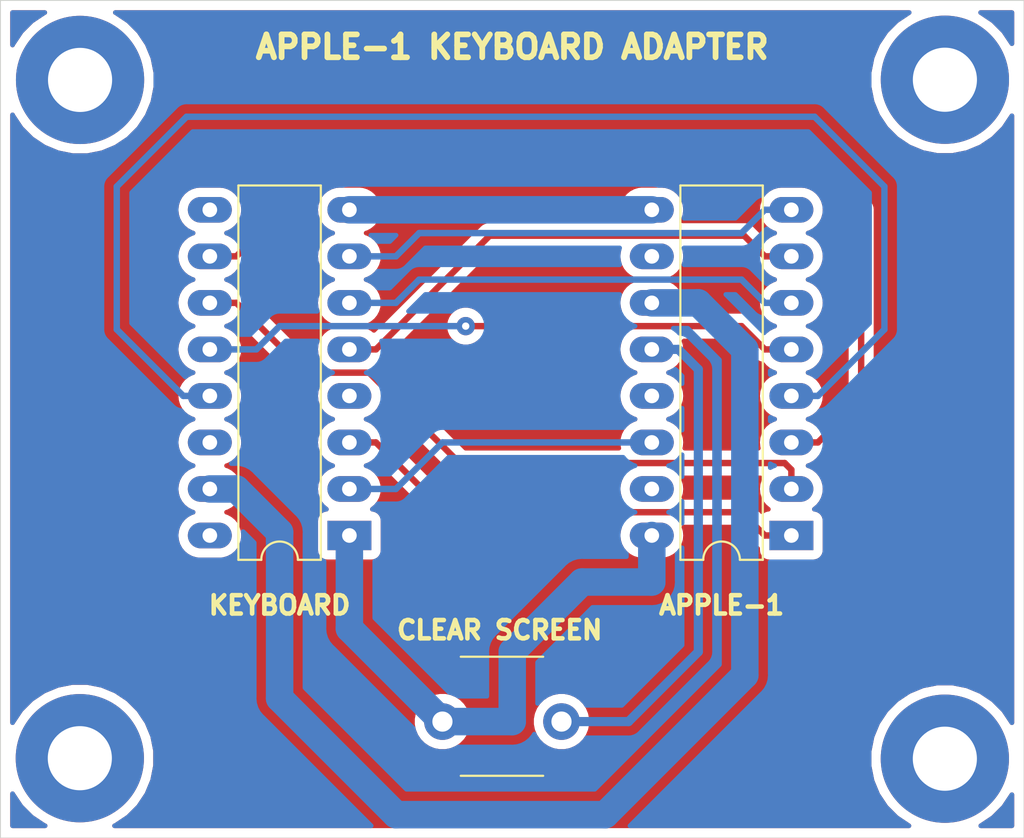
<source format=kicad_pcb>
(kicad_pcb (version 20171130) (host pcbnew "(5.1.5-0)")

  (general
    (thickness 1.6)
    (drawings 5)
    (tracks 79)
    (zones 0)
    (modules 7)
    (nets 21)
  )

  (page A4)
  (layers
    (0 F.Cu signal)
    (31 B.Cu signal)
    (32 B.Adhes user)
    (33 F.Adhes user)
    (34 B.Paste user)
    (35 F.Paste user)
    (36 B.SilkS user)
    (37 F.SilkS user)
    (38 B.Mask user)
    (39 F.Mask user)
    (40 Dwgs.User user)
    (41 Cmts.User user)
    (42 Eco1.User user)
    (43 Eco2.User user)
    (44 Edge.Cuts user)
    (45 Margin user)
    (46 B.CrtYd user)
    (47 F.CrtYd user)
    (48 B.Fab user)
    (49 F.Fab user)
  )

  (setup
    (last_trace_width 0.25)
    (user_trace_width 0.35)
    (trace_clearance 0.2)
    (zone_clearance 0.508)
    (zone_45_only no)
    (trace_min 0.2)
    (via_size 0.8)
    (via_drill 0.4)
    (via_min_size 0.4)
    (via_min_drill 0.3)
    (uvia_size 0.3)
    (uvia_drill 0.1)
    (uvias_allowed no)
    (uvia_min_size 0.2)
    (uvia_min_drill 0.1)
    (edge_width 0.05)
    (segment_width 0.2)
    (pcb_text_width 0.3)
    (pcb_text_size 1.5 1.5)
    (mod_edge_width 0.12)
    (mod_text_size 1 1)
    (mod_text_width 0.15)
    (pad_size 7 7)
    (pad_drill 3.5)
    (pad_to_mask_clearance 0.051)
    (solder_mask_min_width 0.25)
    (aux_axis_origin 0 0)
    (visible_elements FFFFFF7F)
    (pcbplotparams
      (layerselection 0x010fc_ffffffff)
      (usegerberextensions false)
      (usegerberattributes false)
      (usegerberadvancedattributes false)
      (creategerberjobfile false)
      (excludeedgelayer true)
      (linewidth 0.100000)
      (plotframeref false)
      (viasonmask false)
      (mode 1)
      (useauxorigin false)
      (hpglpennumber 1)
      (hpglpenspeed 20)
      (hpglpendiameter 15.000000)
      (psnegative false)
      (psa4output false)
      (plotreference true)
      (plotvalue true)
      (plotinvisibletext false)
      (padsonsilk false)
      (subtractmaskfromsilk false)
      (outputformat 1)
      (mirror false)
      (drillshape 0)
      (scaleselection 1)
      (outputdirectory "../../Downloads/plot/"))
  )

  (net 0 "")
  (net 1 RESET)
  (net 2 GND)
  (net 3 D3)
  (net 4 D2)
  (net 5 -12V)
  (net 6 D1)
  (net 7 CLR)
  (net 8 D4)
  (net 9 STB)
  (net 10 D5)
  (net 11 D6)
  (net 12 5V)
  (net 13 D0)
  (net 14 "Net-(APPLE-1-Pad10)")
  (net 15 "Net-(APPLE-1-Pad13)")
  (net 16 "Net-(APPLE-1-Pad15)")
  (net 17 "Net-(KEYBOARD1-Pad9)")
  (net 18 "Net-(KEYBOARD1-Pad4)")
  (net 19 "Net-(KEYBOARD1-Pad14)")
  (net 20 "Net-(KEYBOARD1-Pad16)")

  (net_class Default "This is the default net class."
    (clearance 0.2)
    (trace_width 0.25)
    (via_dia 0.8)
    (via_drill 0.4)
    (uvia_dia 0.3)
    (uvia_drill 0.1)
    (add_net -12V)
    (add_net 5V)
    (add_net CLR)
    (add_net D0)
    (add_net D1)
    (add_net D2)
    (add_net D3)
    (add_net D4)
    (add_net D5)
    (add_net D6)
    (add_net GND)
    (add_net "Net-(APPLE-1-Pad10)")
    (add_net "Net-(APPLE-1-Pad13)")
    (add_net "Net-(APPLE-1-Pad15)")
    (add_net "Net-(KEYBOARD1-Pad14)")
    (add_net "Net-(KEYBOARD1-Pad16)")
    (add_net "Net-(KEYBOARD1-Pad4)")
    (add_net "Net-(KEYBOARD1-Pad9)")
    (add_net RESET)
    (add_net STB)
  )

  (module MountingHole:MountingHole_3.5mm_Pad (layer F.Cu) (tedit 56D1B4CB) (tstamp 604EA427)
    (at 172.98162 119.2276)
    (descr "Mounting Hole 3.5mm")
    (tags "mounting hole 3.5mm")
    (attr virtual)
    (fp_text reference REF** (at 0 -4.5) (layer F.SilkS) hide
      (effects (font (size 1 1) (thickness 0.15)))
    )
    (fp_text value MountingHole_3.5mm_Pad (at 0 4.5) (layer F.Fab) hide
      (effects (font (size 1 1) (thickness 0.15)))
    )
    (fp_circle (center 0 0) (end 3.75 0) (layer F.CrtYd) (width 0.05))
    (fp_circle (center 0 0) (end 3.5 0) (layer Cmts.User) (width 0.15))
    (fp_text user %R (at 0.3 0) (layer F.Fab)
      (effects (font (size 1 1) (thickness 0.15)))
    )
    (pad 1 thru_hole circle (at 0 0) (size 7 7) (drill 3.5) (layers *.Cu *.Mask))
  )

  (module MountingHole:MountingHole_3.5mm_Pad (layer F.Cu) (tedit 604EA3D2) (tstamp 604EA403)
    (at 172.98416 82.15884)
    (descr "Mounting Hole 3.5mm")
    (tags "mounting hole 3.5mm")
    (attr virtual)
    (fp_text reference REF** (at 0 -4.5) (layer F.SilkS) hide
      (effects (font (size 1 1) (thickness 0.15)))
    )
    (fp_text value MountingHole_3.5mm_Pad (at 0 4.5) (layer F.Fab) hide
      (effects (font (size 1 1) (thickness 0.15)))
    )
    (fp_circle (center 0 0) (end 3.75 0) (layer F.CrtYd) (width 0.05))
    (fp_circle (center 0 0) (end 3.5 0) (layer Cmts.User) (width 0.15))
    (fp_text user %R (at 0.3 0) (layer F.Fab)
      (effects (font (size 1 1) (thickness 0.15)))
    )
    (pad 1 thru_hole circle (at 0 0) (size 7 7) (drill 3.5) (layers *.Cu *.Mask))
  )

  (module MountingHole:MountingHole_3.5mm_Pad (layer F.Cu) (tedit 56D1B4CB) (tstamp 604EA3DF)
    (at 125.7681 82.169)
    (descr "Mounting Hole 3.5mm")
    (tags "mounting hole 3.5mm")
    (attr virtual)
    (fp_text reference REF** (at 0 -4.5) (layer F.SilkS) hide
      (effects (font (size 1 1) (thickness 0.15)))
    )
    (fp_text value MountingHole_3.5mm_Pad (at 0 4.5) (layer F.Fab) hide
      (effects (font (size 1 1) (thickness 0.15)))
    )
    (fp_circle (center 0 0) (end 3.75 0) (layer F.CrtYd) (width 0.05))
    (fp_circle (center 0 0) (end 3.5 0) (layer Cmts.User) (width 0.15))
    (fp_text user %R (at 0.3 0) (layer F.Fab)
      (effects (font (size 1 1) (thickness 0.15)))
    )
    (pad 1 thru_hole circle (at 0 0) (size 7 7) (drill 3.5) (layers *.Cu *.Mask))
  )

  (module MountingHole:MountingHole_3.5mm_Pad (layer F.Cu) (tedit 56D1B4CB) (tstamp 604EA3BB)
    (at 125.7554 119.19966)
    (descr "Mounting Hole 3.5mm")
    (tags "mounting hole 3.5mm")
    (attr virtual)
    (fp_text reference REF** (at 0 -4.5) (layer F.SilkS) hide
      (effects (font (size 1 1) (thickness 0.15)))
    )
    (fp_text value MountingHole_3.5mm_Pad (at 0 4.5) (layer F.Fab) hide
      (effects (font (size 1 1) (thickness 0.15)))
    )
    (fp_circle (center 0 0) (end 3.75 0) (layer F.CrtYd) (width 0.05))
    (fp_circle (center 0 0) (end 3.5 0) (layer Cmts.User) (width 0.15))
    (fp_text user %R (at 0.3 0) (layer F.Fab)
      (effects (font (size 1 1) (thickness 0.15)))
    )
    (pad 1 thru_hole circle (at 0 0) (size 7 7) (drill 3.5) (layers *.Cu *.Mask))
  )

  (module AdapterForAppleIIKeyboard:DIP-16_W7.62mm_LongPads (layer F.Cu) (tedit 5E5430EF) (tstamp 5E542C5F)
    (at 140.47216 107.04068 180)
    (descr "16-lead though-hole mounted DIP package, row spacing 7.62 mm (300 mils), LongPads")
    (tags "THT DIP DIL PDIP 2.54mm 7.62mm 300mil LongPads")
    (path /5E54963A)
    (fp_text reference KEYBOARD1 (at 3.81 -2.33) (layer F.SilkS) hide
      (effects (font (size 1 1) (thickness 0.15)))
    )
    (fp_text value KEYBOARD (at 3.81 -3.81) (layer F.SilkS)
      (effects (font (size 1 1) (thickness 0.25)))
    )
    (fp_arc (start 3.81 -1.33) (end 2.81 -1.33) (angle -180) (layer F.SilkS) (width 0.12))
    (fp_line (start 1.635 -1.27) (end 6.985 -1.27) (layer F.Fab) (width 0.1))
    (fp_line (start 6.985 -1.27) (end 6.985 19.05) (layer F.Fab) (width 0.1))
    (fp_line (start 6.985 19.05) (end 0.635 19.05) (layer F.Fab) (width 0.1))
    (fp_line (start 0.635 19.05) (end 0.635 -0.27) (layer F.Fab) (width 0.1))
    (fp_line (start 0.635 -0.27) (end 1.635 -1.27) (layer F.Fab) (width 0.1))
    (fp_line (start 2.81 -1.33) (end 1.56 -1.33) (layer F.SilkS) (width 0.12))
    (fp_line (start 1.56 -1.33) (end 1.56 19.11) (layer F.SilkS) (width 0.12))
    (fp_line (start 1.56 19.11) (end 6.06 19.11) (layer F.SilkS) (width 0.12))
    (fp_line (start 6.06 19.11) (end 6.06 -1.33) (layer F.SilkS) (width 0.12))
    (fp_line (start 6.06 -1.33) (end 4.81 -1.33) (layer F.SilkS) (width 0.12))
    (fp_line (start -1.45 -1.55) (end -1.45 19.3) (layer F.CrtYd) (width 0.05))
    (fp_line (start -1.45 19.3) (end 9.1 19.3) (layer F.CrtYd) (width 0.05))
    (fp_line (start 9.1 19.3) (end 9.1 -1.55) (layer F.CrtYd) (width 0.05))
    (fp_line (start 9.1 -1.55) (end -1.45 -1.55) (layer F.CrtYd) (width 0.05))
    (fp_text user %R (at 3.81 8.89) (layer F.Fab) hide
      (effects (font (size 1 1) (thickness 0.15)))
    )
    (pad 1 thru_hole rect (at 0 0 180) (size 2.4 1.6) (drill 0.8) (layers *.Cu *.Mask)
      (net 12 5V))
    (pad 9 thru_hole oval (at 7.62 17.78 180) (size 2.4 1.4) (drill 0.8) (layers *.Cu *.Mask)
      (net 17 "Net-(KEYBOARD1-Pad9)"))
    (pad 2 thru_hole oval (at 0 2.54 180) (size 2.4 1.4) (drill 0.8) (layers *.Cu *.Mask)
      (net 9 STB))
    (pad 10 thru_hole oval (at 7.62 15.24 180) (size 2.4 1.4) (drill 0.8) (layers *.Cu *.Mask)
      (net 4 D2))
    (pad 3 thru_hole oval (at 0 5.08 180) (size 2.4 1.4) (drill 0.8) (layers *.Cu *.Mask)
      (net 1 RESET))
    (pad 11 thru_hole oval (at 7.62 12.7 180) (size 2.4 1.4) (drill 0.8) (layers *.Cu *.Mask)
      (net 3 D3))
    (pad 4 thru_hole oval (at 0 7.62 180) (size 2.4 1.4) (drill 0.8) (layers *.Cu *.Mask)
      (net 18 "Net-(KEYBOARD1-Pad4)"))
    (pad 12 thru_hole oval (at 7.62 10.16 180) (size 2.4 1.4) (drill 0.8) (layers *.Cu *.Mask)
      (net 13 D0))
    (pad 5 thru_hole oval (at 0 10.16 180) (size 2.4 1.4) (drill 0.8) (layers *.Cu *.Mask)
      (net 10 D5))
    (pad 13 thru_hole oval (at 7.62 7.62 180) (size 2.4 1.4) (drill 0.8) (layers *.Cu *.Mask)
      (net 6 D1))
    (pad 6 thru_hole oval (at 0 12.7 180) (size 2.4 1.4) (drill 0.8) (layers *.Cu *.Mask)
      (net 8 D4))
    (pad 14 thru_hole oval (at 7.62 5.08 180) (size 2.4 1.4) (drill 0.8) (layers *.Cu *.Mask)
      (net 19 "Net-(KEYBOARD1-Pad14)"))
    (pad 7 thru_hole oval (at 0 15.24 180) (size 2.4 1.4) (drill 0.8) (layers *.Cu *.Mask)
      (net 11 D6))
    (pad 15 thru_hole oval (at 7.62 2.54 180) (size 2.4 1.4) (drill 0.8) (layers *.Cu *.Mask)
      (net 5 -12V))
    (pad 8 thru_hole oval (at 0 17.78 180) (size 2.4 1.4) (drill 0.8) (layers *.Cu *.Mask)
      (net 2 GND))
    (pad 16 thru_hole oval (at 7.62 0 180) (size 2.4 1.4) (drill 0.8) (layers *.Cu *.Mask)
      (net 20 "Net-(KEYBOARD1-Pad16)"))
    (model ${KISYS3DMOD}/Package_DIP.3dshapes/DIP-16_W7.62mm.wrl
      (at (xyz 0 0 0))
      (scale (xyz 1 1 1))
      (rotate (xyz 0 0 0))
    )
  )

  (module AdapterForAppleIIKeyboard:DIP-16_W7.62mm_LongPads (layer F.Cu) (tedit 5E542EAA) (tstamp 5E542C3B)
    (at 164.60216 107.04068 180)
    (descr "16-lead though-hole mounted DIP package, row spacing 7.62 mm (300 mils), LongPads")
    (tags "THT DIP DIL PDIP 2.54mm 7.62mm 300mil LongPads")
    (path /5E54A7DB)
    (fp_text reference APPLE-1 (at 3.81 -2.33) (layer F.SilkS) hide
      (effects (font (size 1 1) (thickness 0.15)))
    )
    (fp_text value APPLE-1 (at 3.81 -3.81) (layer F.SilkS)
      (effects (font (size 1 1) (thickness 0.25)))
    )
    (fp_arc (start 3.81 -1.33) (end 2.81 -1.33) (angle -180) (layer F.SilkS) (width 0.12))
    (fp_line (start 1.635 -1.27) (end 6.985 -1.27) (layer F.Fab) (width 0.1))
    (fp_line (start 6.985 -1.27) (end 6.985 19.05) (layer F.Fab) (width 0.1))
    (fp_line (start 6.985 19.05) (end 0.635 19.05) (layer F.Fab) (width 0.1))
    (fp_line (start 0.635 19.05) (end 0.635 -0.27) (layer F.Fab) (width 0.1))
    (fp_line (start 0.635 -0.27) (end 1.635 -1.27) (layer F.Fab) (width 0.1))
    (fp_line (start 2.81 -1.33) (end 1.56 -1.33) (layer F.SilkS) (width 0.12))
    (fp_line (start 1.56 -1.33) (end 1.56 19.11) (layer F.SilkS) (width 0.12))
    (fp_line (start 1.56 19.11) (end 6.06 19.11) (layer F.SilkS) (width 0.12))
    (fp_line (start 6.06 19.11) (end 6.06 -1.33) (layer F.SilkS) (width 0.12))
    (fp_line (start 6.06 -1.33) (end 4.81 -1.33) (layer F.SilkS) (width 0.12))
    (fp_line (start -1.45 -1.55) (end -1.45 19.3) (layer F.CrtYd) (width 0.05))
    (fp_line (start -1.45 19.3) (end 9.1 19.3) (layer F.CrtYd) (width 0.05))
    (fp_line (start 9.1 19.3) (end 9.1 -1.55) (layer F.CrtYd) (width 0.05))
    (fp_line (start 9.1 -1.55) (end -1.45 -1.55) (layer F.CrtYd) (width 0.05))
    (fp_text user %R (at 3.81 8.89) (layer F.Fab) hide
      (effects (font (size 1 1) (thickness 0.15)))
    )
    (pad 1 thru_hole rect (at 0 0 180) (size 2.4 1.6) (drill 0.8) (layers *.Cu *.Mask)
      (net 1 RESET))
    (pad 9 thru_hole oval (at 7.62 17.78 180) (size 2.4 1.4) (drill 0.8) (layers *.Cu *.Mask)
      (net 2 GND))
    (pad 2 thru_hole oval (at 0 2.54 180) (size 2.4 1.4) (drill 0.8) (layers *.Cu *.Mask)
      (net 3 D3))
    (pad 10 thru_hole oval (at 7.62 15.24 180) (size 2.4 1.4) (drill 0.8) (layers *.Cu *.Mask)
      (net 14 "Net-(APPLE-1-Pad10)"))
    (pad 3 thru_hole oval (at 0 5.08 180) (size 2.4 1.4) (drill 0.8) (layers *.Cu *.Mask)
      (net 4 D2))
    (pad 11 thru_hole oval (at 7.62 12.7 180) (size 2.4 1.4) (drill 0.8) (layers *.Cu *.Mask)
      (net 5 -12V))
    (pad 4 thru_hole oval (at 0 7.62 180) (size 2.4 1.4) (drill 0.8) (layers *.Cu *.Mask)
      (net 6 D1))
    (pad 12 thru_hole oval (at 7.62 10.16 180) (size 2.4 1.4) (drill 0.8) (layers *.Cu *.Mask)
      (net 7 CLR))
    (pad 5 thru_hole oval (at 0 10.16 180) (size 2.4 1.4) (drill 0.8) (layers *.Cu *.Mask)
      (net 13 D0))
    (pad 13 thru_hole oval (at 7.62 7.62 180) (size 2.4 1.4) (drill 0.8) (layers *.Cu *.Mask)
      (net 15 "Net-(APPLE-1-Pad13)"))
    (pad 6 thru_hole oval (at 0 12.7 180) (size 2.4 1.4) (drill 0.8) (layers *.Cu *.Mask)
      (net 8 D4))
    (pad 14 thru_hole oval (at 7.62 5.08 180) (size 2.4 1.4) (drill 0.8) (layers *.Cu *.Mask)
      (net 9 STB))
    (pad 7 thru_hole oval (at 0 15.24 180) (size 2.4 1.4) (drill 0.8) (layers *.Cu *.Mask)
      (net 10 D5))
    (pad 15 thru_hole oval (at 7.62 2.54 180) (size 2.4 1.4) (drill 0.8) (layers *.Cu *.Mask)
      (net 16 "Net-(APPLE-1-Pad15)"))
    (pad 8 thru_hole oval (at 0 17.78 180) (size 2.4 1.4) (drill 0.8) (layers *.Cu *.Mask)
      (net 11 D6))
    (pad 16 thru_hole oval (at 7.62 0 180) (size 2.4 1.4) (drill 0.8) (layers *.Cu *.Mask)
      (net 12 5V))
    (model ${KISYS3DMOD}/Package_DIP.3dshapes/DIP-16_W7.62mm.wrl
      (at (xyz 0 0 0))
      (scale (xyz 1 1 1))
      (rotate (xyz 0 0 0))
    )
  )

  (module AdapterForAppleIIKeyboard:SW_PUSH_6mm (layer F.Cu) (tedit 5E53D1ED) (tstamp 604E9F86)
    (at 145.55216 114.66068)
    (descr https://www.omron.com/ecb/products/pdf/en-b3f.pdf)
    (tags "tact sw push 6mm")
    (path /5E553853)
    (fp_text reference CLEARSCREEN1 (at 3.25 -2.54) (layer F.SilkS) hide
      (effects (font (size 1 1) (thickness 0.25)))
    )
    (fp_text value "CLEAR SCREEN" (at 3.1242 -2.45364) (layer F.SilkS)
      (effects (font (size 1 1) (thickness 0.25)))
    )
    (fp_text user %R (at 3.25 2.25) (layer F.Fab) hide
      (effects (font (size 1 1) (thickness 0.15)))
    )
    (fp_line (start 3.25 -0.75) (end 6.25 -0.75) (layer F.Fab) (width 0.1))
    (fp_line (start 6.25 -0.75) (end 6.25 5.25) (layer F.Fab) (width 0.1))
    (fp_line (start 6.25 5.25) (end 0.25 5.25) (layer F.Fab) (width 0.1))
    (fp_line (start 0.25 5.25) (end 0.25 -0.75) (layer F.Fab) (width 0.1))
    (fp_line (start 0.25 -0.75) (end 3.25 -0.75) (layer F.Fab) (width 0.1))
    (fp_line (start 7.75 6) (end 8 6) (layer F.CrtYd) (width 0.05))
    (fp_line (start 8 6) (end 8 5.75) (layer F.CrtYd) (width 0.05))
    (fp_line (start 7.75 -1.5) (end 8 -1.5) (layer F.CrtYd) (width 0.05))
    (fp_line (start 8 -1.5) (end 8 -1.25) (layer F.CrtYd) (width 0.05))
    (fp_line (start -1.5 -1.25) (end -1.5 -1.5) (layer F.CrtYd) (width 0.05))
    (fp_line (start -1.5 -1.5) (end -1.25 -1.5) (layer F.CrtYd) (width 0.05))
    (fp_line (start -1.5 5.75) (end -1.5 6) (layer F.CrtYd) (width 0.05))
    (fp_line (start -1.5 6) (end -1.25 6) (layer F.CrtYd) (width 0.05))
    (fp_line (start -1.25 -1.5) (end 7.75 -1.5) (layer F.CrtYd) (width 0.05))
    (fp_line (start -1.5 5.75) (end -1.5 -1.25) (layer F.CrtYd) (width 0.05))
    (fp_line (start 7.75 6) (end -1.25 6) (layer F.CrtYd) (width 0.05))
    (fp_line (start 8 -1.25) (end 8 5.75) (layer F.CrtYd) (width 0.05))
    (fp_line (start 1 5.5) (end 5.5 5.5) (layer F.SilkS) (width 0.12))
    (fp_line (start 5.5 -1) (end 1 -1) (layer F.SilkS) (width 0.12))
    (fp_circle (center 3.25 2.25) (end 1.25 2.5) (layer F.Fab) (width 0.1))
    (pad 1 thru_hole circle (at 0 2.54 90) (size 2 2) (drill 1.1) (layers *.Cu *.Mask)
      (net 12 5V))
    (pad 2 thru_hole circle (at 6.5 2.54 90) (size 2 2) (drill 1.1) (layers *.Cu *.Mask)
      (net 7 CLR))
    (model ${KISYS3DMOD}/Button_Switch_THT.3dshapes/SW_PUSH_6mm.wrl
      (at (xyz 0 0 0))
      (scale (xyz 1 1 1))
      (rotate (xyz 0 0 0))
    )
  )

  (gr_line (start 121.42216 77.83068) (end 121.42216 123.55068) (layer Edge.Cuts) (width 0.05) (tstamp 5E546B63))
  (gr_text "APPLE-1 KEYBOARD ADAPTER" (at 149.36216 80.37068) (layer F.SilkS)
    (effects (font (size 1.25 1.25) (thickness 0.3125)))
  )
  (gr_line (start 177.30216 77.83068) (end 121.42216 77.83068) (layer Edge.Cuts) (width 0.05))
  (gr_line (start 177.30216 123.55068) (end 177.30216 77.83068) (layer Edge.Cuts) (width 0.05))
  (gr_line (start 121.42216 123.55068) (end 177.30216 123.55068) (layer Edge.Cuts) (width 0.05))

  (segment (start 163.15216 107.04068) (end 161.88216 105.77068) (width 0.35) (layer F.Cu) (net 1))
  (segment (start 164.60216 107.04068) (end 163.15216 107.04068) (width 0.35) (layer F.Cu) (net 1))
  (segment (start 141.92216 101.96068) (end 140.47216 101.96068) (width 0.35) (layer F.Cu) (net 1))
  (segment (start 145.73216 105.77068) (end 141.92216 101.96068) (width 0.35) (layer F.Cu) (net 1))
  (segment (start 161.88216 105.77068) (end 145.73216 105.77068) (width 0.35) (layer F.Cu) (net 1))
  (segment (start 156.98216 89.26068) (end 140.47216 89.26068) (width 1.5) (layer B.Cu) (net 2) (status 40000))
  (segment (start 164.60216 103.45068) (end 164.23717 103.08569) (width 0.35) (layer F.Cu) (net 3))
  (segment (start 164.60216 104.50068) (end 164.60216 103.45068) (width 0.35) (layer F.Cu) (net 3))
  (segment (start 164.23717 103.08569) (end 146.52731 103.08569) (width 0.35) (layer F.Cu) (net 3))
  (segment (start 138.11216 98.15068) (end 134.30216 94.34068) (width 0.35) (layer F.Cu) (net 3))
  (segment (start 141.54912 98.15068) (end 138.11216 98.15068) (width 0.35) (layer F.Cu) (net 3))
  (segment (start 134.30216 94.34068) (end 132.85216 94.34068) (width 0.35) (layer F.Cu) (net 3))
  (segment (start 146.48413 103.08569) (end 141.54912 98.15068) (width 0.35) (layer F.Cu) (net 3))
  (segment (start 146.52731 103.08569) (end 146.48413 103.08569) (width 0.35) (layer F.Cu) (net 3))
  (segment (start 166.05216 101.96068) (end 168.41216 99.60068) (width 0.35) (layer F.Cu) (net 4))
  (segment (start 164.60216 101.96068) (end 166.05216 101.96068) (width 0.35) (layer F.Cu) (net 4))
  (segment (start 168.41216 99.60068) (end 168.41216 91.079676) (width 0.35) (layer F.Cu) (net 4))
  (segment (start 139.38216 86.72068) (end 134.30216 91.80068) (width 0.35) (layer F.Cu) (net 4))
  (segment (start 134.30216 91.80068) (end 132.85216 91.80068) (width 0.35) (layer F.Cu) (net 4))
  (segment (start 164.053164 86.72068) (end 139.38216 86.72068) (width 0.35) (layer F.Cu) (net 4))
  (segment (start 168.41216 91.079676) (end 168.41216 89.26068) (width 0.35) (layer F.Cu) (net 4))
  (segment (start 168.41216 89.26068) (end 165.87216 86.72068) (width 0.35) (layer F.Cu) (net 4))
  (segment (start 165.87216 86.72068) (end 164.053164 86.72068) (width 0.35) (layer F.Cu) (net 4))
  (segment (start 134.30216 104.50068) (end 132.85216 104.50068) (width 1.5) (layer B.Cu) (net 5))
  (segment (start 154.44216 122.28068) (end 143.01216 122.28068) (width 1.5) (layer B.Cu) (net 5) (status 40000))
  (segment (start 143.01216 122.28068) (end 136.66216 115.93068) (width 1.5) (layer B.Cu) (net 5) (status 40000))
  (segment (start 162.06216 114.66068) (end 154.44216 122.28068) (width 1.5) (layer B.Cu) (net 5) (status 40000))
  (segment (start 162.06216 96.88068) (end 162.06216 114.66068) (width 1.5) (layer B.Cu) (net 5) (status 40000))
  (segment (start 136.66216 115.93068) (end 136.66216 106.86068) (width 1.5) (layer B.Cu) (net 5) (status 40000))
  (segment (start 159.52216 94.34068) (end 162.06216 96.88068) (width 1.5) (layer B.Cu) (net 5) (status 40000))
  (segment (start 136.66216 106.86068) (end 134.30216 104.50068) (width 1.5) (layer B.Cu) (net 5) (status 40000))
  (segment (start 156.98216 94.34068) (end 159.52216 94.34068) (width 1.5) (layer B.Cu) (net 5) (status 40000))
  (segment (start 131.40216 99.42068) (end 132.85216 99.42068) (width 0.35) (layer B.Cu) (net 6) (status 40000))
  (segment (start 127.77216 87.99068) (end 127.77216 95.79068) (width 0.35) (layer B.Cu) (net 6) (status 40000))
  (segment (start 131.58216 84.18068) (end 127.77216 87.99068) (width 0.35) (layer B.Cu) (net 6) (status 40000))
  (segment (start 165.87216 84.18068) (end 131.58216 84.18068) (width 0.35) (layer B.Cu) (net 6) (status 40000))
  (segment (start 169.68216 87.99068) (end 165.87216 84.18068) (width 0.35) (layer B.Cu) (net 6) (status 40000))
  (segment (start 127.77216 95.79068) (end 131.40216 99.42068) (width 0.35) (layer B.Cu) (net 6) (status 40000))
  (segment (start 169.68216 95.79068) (end 169.68216 87.99068) (width 0.35) (layer B.Cu) (net 6) (status 40000))
  (segment (start 166.05216 99.42068) (end 169.68216 95.79068) (width 0.35) (layer B.Cu) (net 6) (status 40000))
  (segment (start 164.60216 99.42068) (end 166.05216 99.42068) (width 0.35) (layer B.Cu) (net 6))
  (segment (start 152.05216 117.20068) (end 155.71216 117.20068) (width 0.5) (layer B.Cu) (net 7) (status 40000))
  (segment (start 155.71216 117.20068) (end 159.52216 113.39068) (width 0.5) (layer B.Cu) (net 7) (status 40000))
  (segment (start 158.43216 96.88068) (end 156.98216 96.88068) (width 0.5) (layer B.Cu) (net 7))
  (segment (start 159.52216 97.97068) (end 158.43216 96.88068) (width 0.5) (layer B.Cu) (net 7) (status 40000))
  (segment (start 159.52216 113.39068) (end 159.52216 97.97068) (width 0.5) (layer B.Cu) (net 7) (status 40000))
  (segment (start 163.15216 94.34068) (end 161.88216 93.07068) (width 0.35) (layer B.Cu) (net 8) (status 40000))
  (segment (start 164.60216 94.34068) (end 163.15216 94.34068) (width 0.35) (layer B.Cu) (net 8) (status 40000))
  (segment (start 161.88216 93.07068) (end 144.28216 93.07068) (width 0.35) (layer B.Cu) (net 8) (status 40000))
  (segment (start 143.01216 94.34068) (end 140.47216 94.34068) (width 0.35) (layer B.Cu) (net 8) (status 40000))
  (segment (start 144.28216 93.07068) (end 143.01216 94.34068) (width 0.35) (layer B.Cu) (net 8) (status 40000))
  (segment (start 156.98216 101.96068) (end 145.55216 101.96068) (width 0.35) (layer B.Cu) (net 9) (status 40000))
  (segment (start 143.01216 104.50068) (end 140.47216 104.50068) (width 0.35) (layer B.Cu) (net 9) (status 40000))
  (segment (start 145.55216 101.96068) (end 143.01216 104.50068) (width 0.35) (layer B.Cu) (net 9) (status 40000))
  (segment (start 148.12717 90.67567) (end 141.92216 96.88068) (width 0.35) (layer F.Cu) (net 10))
  (segment (start 162.02715 90.67567) (end 148.12717 90.67567) (width 0.35) (layer F.Cu) (net 10))
  (segment (start 163.15216 91.80068) (end 162.02715 90.67567) (width 0.35) (layer F.Cu) (net 10))
  (segment (start 141.92216 96.88068) (end 140.47216 96.88068) (width 0.35) (layer F.Cu) (net 10))
  (segment (start 164.60216 91.80068) (end 163.15216 91.80068) (width 0.35) (layer F.Cu) (net 10))
  (segment (start 163.15216 89.26068) (end 161.88216 90.53068) (width 0.35) (layer B.Cu) (net 11) (status 40000))
  (segment (start 164.60216 89.26068) (end 163.15216 89.26068) (width 0.35) (layer B.Cu) (net 11) (status 40000))
  (segment (start 161.88216 90.53068) (end 144.28216 90.53068) (width 0.35) (layer B.Cu) (net 11) (status 40000))
  (segment (start 143.01216 91.80068) (end 140.47216 91.80068) (width 0.35) (layer B.Cu) (net 11) (status 40000))
  (segment (start 144.28216 90.53068) (end 143.01216 91.80068) (width 0.35) (layer B.Cu) (net 11) (status 40000))
  (segment (start 145.55216 117.20068) (end 140.47216 112.12068) (width 1.5) (layer B.Cu) (net 12) (status 40000))
  (segment (start 140.47216 112.12068) (end 140.47216 107.04068) (width 1.5) (layer B.Cu) (net 12) (status 40000))
  (segment (start 156.98216 109.58068) (end 156.98216 107.04068) (width 1.5) (layer B.Cu) (net 12) (status 40000))
  (segment (start 145.55216 117.20068) (end 149.36216 117.20068) (width 1.5) (layer B.Cu) (net 12) (status 40000))
  (segment (start 149.36216 117.20068) (end 149.36216 113.39068) (width 1.5) (layer B.Cu) (net 12) (status 40000))
  (segment (start 153.17216 109.58068) (end 156.98216 109.58068) (width 1.5) (layer B.Cu) (net 12) (status 40000))
  (segment (start 149.36216 113.39068) (end 153.17216 109.58068) (width 1.5) (layer B.Cu) (net 12) (tstamp 604EA034) (status 40000))
  (segment (start 163.15216 96.88068) (end 161.88216 95.61068) (width 0.35) (layer F.Cu) (net 13))
  (segment (start 164.60216 96.88068) (end 163.15216 96.88068) (width 0.35) (layer F.Cu) (net 13))
  (via (at 146.82216 95.61068) (size 1) (drill 0.4) (layers F.Cu B.Cu) (net 13))
  (segment (start 161.88216 95.61068) (end 146.82216 95.61068) (width 0.35) (layer F.Cu) (net 13))
  (segment (start 146.82216 95.61068) (end 136.66216 95.61068) (width 0.35) (layer B.Cu) (net 13) (status 40000))
  (segment (start 135.39216 96.88068) (end 132.85216 96.88068) (width 0.35) (layer B.Cu) (net 13) (status 40000))
  (segment (start 136.66216 95.61068) (end 135.39216 96.88068) (width 0.35) (layer B.Cu) (net 13) (status 40000))
  (segment (start 135.39216 96.88068) (end 134.37717 96.88068) (width 0.25) (layer B.Cu) (net 13))

  (zone (net 0) (net_name "") (layer B.Cu) (tstamp 604E99AD) (hatch edge 0.508)
    (connect_pads (clearance 0.508))
    (min_thickness 0.254)
    (fill yes (arc_segments 32) (thermal_gap 0.508) (thermal_bridge_width 0.508))
    (polygon
      (pts
        (xy 177.30216 123.55068) (xy 121.42216 123.55068) (xy 121.42216 77.83068) (xy 177.30216 77.83068)
      )
    )
    (filled_polygon
      (pts
        (xy 122.091011 121.158317) (xy 122.543536 121.835569) (xy 123.119491 122.411524) (xy 123.796743 122.864049) (xy 123.861036 122.89068)
        (xy 122.08216 122.89068) (xy 122.08216 121.136949)
      )
    )
    (filled_polygon
      (pts
        (xy 171.025503 78.494451) (xy 170.348251 78.946976) (xy 169.772296 79.522931) (xy 169.319771 80.200183) (xy 169.008066 80.952705)
        (xy 168.84916 81.751578) (xy 168.84916 82.566102) (xy 169.008066 83.364975) (xy 169.319771 84.117497) (xy 169.772296 84.794749)
        (xy 170.348251 85.370704) (xy 171.025503 85.823229) (xy 171.778025 86.134934) (xy 172.576898 86.29384) (xy 173.391422 86.29384)
        (xy 174.190295 86.134934) (xy 174.942817 85.823229) (xy 175.620069 85.370704) (xy 176.196024 84.794749) (xy 176.642161 84.127058)
        (xy 176.64216 117.263183) (xy 176.193484 116.591691) (xy 175.617529 116.015736) (xy 174.940277 115.563211) (xy 174.187755 115.251506)
        (xy 173.388882 115.0926) (xy 172.574358 115.0926) (xy 171.775485 115.251506) (xy 171.022963 115.563211) (xy 170.345711 116.015736)
        (xy 169.769756 116.591691) (xy 169.317231 117.268943) (xy 169.005526 118.021465) (xy 168.84662 118.820338) (xy 168.84662 119.634862)
        (xy 169.005526 120.433735) (xy 169.317231 121.186257) (xy 169.769756 121.863509) (xy 170.345711 122.439464) (xy 171.021004 122.89068)
        (xy 155.790845 122.89068) (xy 162.993396 115.68813) (xy 163.046241 115.644761) (xy 163.111142 115.56568) (xy 163.219316 115.433869)
        (xy 163.316791 115.251506) (xy 163.347924 115.193261) (xy 163.42712 114.932187) (xy 163.44716 114.728717) (xy 163.44716 114.728708)
        (xy 163.45386 114.660681) (xy 163.44716 114.592654) (xy 163.44716 108.478752) (xy 165.80216 108.478752) (xy 165.926642 108.466492)
        (xy 166.04634 108.430182) (xy 166.156654 108.371217) (xy 166.253345 108.291865) (xy 166.332697 108.195174) (xy 166.391662 108.08486)
        (xy 166.427972 107.965162) (xy 166.440232 107.84068) (xy 166.440232 106.24068) (xy 166.427972 106.116198) (xy 166.391662 105.9965)
        (xy 166.332697 105.886186) (xy 166.253345 105.789495) (xy 166.156654 105.710143) (xy 166.04634 105.651178) (xy 165.926642 105.614868)
        (xy 165.857221 105.608031) (xy 166.050715 105.449235) (xy 166.217542 105.245955) (xy 166.341507 105.014034) (xy 166.417843 104.762386)
        (xy 166.443619 104.50068) (xy 166.417843 104.238974) (xy 166.341507 103.987326) (xy 166.217542 103.755405) (xy 166.050715 103.552125)
        (xy 165.847435 103.385298) (xy 165.615514 103.261333) (xy 165.514464 103.23068) (xy 165.615514 103.200027) (xy 165.847435 103.076062)
        (xy 166.050715 102.909235) (xy 166.217542 102.705955) (xy 166.341507 102.474034) (xy 166.417843 102.222386) (xy 166.443619 101.96068)
        (xy 166.417843 101.698974) (xy 166.341507 101.447326) (xy 166.217542 101.215405) (xy 166.050715 101.012125) (xy 165.847435 100.845298)
        (xy 165.615514 100.721333) (xy 165.514464 100.69068) (xy 165.615514 100.660027) (xy 165.847435 100.536062) (xy 166.050715 100.369235)
        (xy 166.170797 100.222914) (xy 166.210948 100.21896) (xy 166.363633 100.172643) (xy 166.504349 100.097429) (xy 166.627688 99.996208)
        (xy 166.65306 99.965292) (xy 170.226779 96.391574) (xy 170.257688 96.366208) (xy 170.32234 96.287429) (xy 170.358909 96.24287)
        (xy 170.409455 96.148304) (xy 170.434123 96.102153) (xy 170.48044 95.949468) (xy 170.49216 95.830471) (xy 170.49216 95.830469)
        (xy 170.496079 95.790681) (xy 170.49216 95.750893) (xy 170.49216 88.030468) (xy 170.496079 87.99068) (xy 170.49216 87.950889)
        (xy 170.48044 87.831892) (xy 170.444903 87.714743) (xy 170.434123 87.679206) (xy 170.358909 87.538491) (xy 170.283053 87.44606)
        (xy 170.257688 87.415152) (xy 170.226778 87.389785) (xy 166.47306 83.636068) (xy 166.447688 83.605152) (xy 166.324349 83.503931)
        (xy 166.183633 83.428717) (xy 166.030948 83.3824) (xy 165.911951 83.37068) (xy 165.911948 83.37068) (xy 165.87216 83.366761)
        (xy 165.832372 83.37068) (xy 131.621948 83.37068) (xy 131.58216 83.366761) (xy 131.542372 83.37068) (xy 131.542369 83.37068)
        (xy 131.423372 83.3824) (xy 131.306223 83.417937) (xy 131.270686 83.428717) (xy 131.129971 83.503931) (xy 131.006632 83.605152)
        (xy 130.981265 83.636062) (xy 127.227548 87.38978) (xy 127.196632 87.415152) (xy 127.126863 87.500167) (xy 127.095411 87.538491)
        (xy 127.055209 87.613705) (xy 127.020197 87.679208) (xy 126.97388 87.831893) (xy 126.96216 87.950889) (xy 126.958241 87.99068)
        (xy 126.96216 88.030468) (xy 126.962161 95.750882) (xy 126.958241 95.79068) (xy 126.968674 95.896599) (xy 126.973881 95.949468)
        (xy 127.008281 96.062869) (xy 127.020198 96.102153) (xy 127.095411 96.242869) (xy 127.131981 96.287429) (xy 127.196633 96.366208)
        (xy 127.227543 96.391575) (xy 130.801265 99.965298) (xy 130.826632 99.996208) (xy 130.89437 100.051799) (xy 130.94997 100.097429)
        (xy 131.025184 100.137631) (xy 131.090687 100.172643) (xy 131.243372 100.21896) (xy 131.283523 100.222914) (xy 131.403605 100.369235)
        (xy 131.606885 100.536062) (xy 131.838806 100.660027) (xy 131.939856 100.69068) (xy 131.838806 100.721333) (xy 131.606885 100.845298)
        (xy 131.403605 101.012125) (xy 131.236778 101.215405) (xy 131.112813 101.447326) (xy 131.036477 101.698974) (xy 131.010701 101.96068)
        (xy 131.036477 102.222386) (xy 131.112813 102.474034) (xy 131.236778 102.705955) (xy 131.403605 102.909235) (xy 131.606885 103.076062)
        (xy 131.838806 103.200027) (xy 131.939856 103.23068) (xy 131.838806 103.261333) (xy 131.606885 103.385298) (xy 131.403605 103.552125)
        (xy 131.236778 103.755405) (xy 131.112813 103.987326) (xy 131.036477 104.238974) (xy 131.010701 104.50068) (xy 131.036477 104.762386)
        (xy 131.112813 105.014034) (xy 131.236778 105.245955) (xy 131.403605 105.449235) (xy 131.606885 105.616062) (xy 131.838806 105.740027)
        (xy 131.939856 105.77068) (xy 131.838806 105.801333) (xy 131.606885 105.925298) (xy 131.403605 106.092125) (xy 131.236778 106.295405)
        (xy 131.112813 106.527326) (xy 131.036477 106.778974) (xy 131.010701 107.04068) (xy 131.036477 107.302386) (xy 131.112813 107.554034)
        (xy 131.236778 107.785955) (xy 131.403605 107.989235) (xy 131.606885 108.156062) (xy 131.838806 108.280027) (xy 132.090454 108.356363)
        (xy 132.286581 108.37568) (xy 133.417739 108.37568) (xy 133.613866 108.356363) (xy 133.865514 108.280027) (xy 134.097435 108.156062)
        (xy 134.300715 107.989235) (xy 134.467542 107.785955) (xy 134.591507 107.554034) (xy 134.667843 107.302386) (xy 134.693619 107.04068)
        (xy 134.672877 106.830082) (xy 135.277161 107.434367) (xy 135.27716 115.862651) (xy 135.27046 115.93068) (xy 135.27716 115.998709)
        (xy 135.27716 115.998716) (xy 135.282446 116.052381) (xy 135.2972 116.202187) (xy 135.365159 116.426217) (xy 135.376396 116.46326)
        (xy 135.452497 116.605634) (xy 135.505004 116.703868) (xy 135.63344 116.860367) (xy 135.678079 116.91476) (xy 135.730925 116.95813)
        (xy 141.663474 122.89068) (xy 127.649764 122.89068) (xy 127.714057 122.864049) (xy 128.391309 122.411524) (xy 128.967264 121.835569)
        (xy 129.419789 121.158317) (xy 129.731494 120.405795) (xy 129.8904 119.606922) (xy 129.8904 118.792398) (xy 129.731494 117.993525)
        (xy 129.419789 117.241003) (xy 128.967264 116.563751) (xy 128.391309 115.987796) (xy 127.714057 115.535271) (xy 126.961535 115.223566)
        (xy 126.162662 115.06466) (xy 125.348138 115.06466) (xy 124.549265 115.223566) (xy 123.796743 115.535271) (xy 123.119491 115.987796)
        (xy 122.543536 116.563751) (xy 122.091011 117.241003) (xy 122.08216 117.262371) (xy 122.08216 84.075628) (xy 122.103711 84.127657)
        (xy 122.556236 84.804909) (xy 123.132191 85.380864) (xy 123.809443 85.833389) (xy 124.561965 86.145094) (xy 125.360838 86.304)
        (xy 126.175362 86.304) (xy 126.974235 86.145094) (xy 127.726757 85.833389) (xy 128.404009 85.380864) (xy 128.979964 84.804909)
        (xy 129.432489 84.127657) (xy 129.744194 83.375135) (xy 129.9031 82.576262) (xy 129.9031 81.761738) (xy 129.744194 80.962865)
        (xy 129.432489 80.210343) (xy 128.979964 79.533091) (xy 128.404009 78.957136) (xy 127.726757 78.504611) (xy 127.693125 78.49068)
        (xy 171.034607 78.49068)
      )
    )
    (filled_polygon
      (pts
        (xy 176.64216 122.89068) (xy 174.942236 122.89068) (xy 175.617529 122.439464) (xy 176.193484 121.863509) (xy 176.64216 121.192017)
      )
    )
    (filled_polygon
      (pts
        (xy 160.67716 97.454365) (xy 160.677161 114.086993) (xy 153.868475 120.89568) (xy 143.585846 120.89568) (xy 138.04716 115.356995)
        (xy 138.04716 106.928708) (xy 138.05386 106.860679) (xy 138.04716 106.79265) (xy 138.04716 106.792643) (xy 138.02712 106.589173)
        (xy 138.002527 106.508099) (xy 137.947924 106.328099) (xy 137.915529 106.267492) (xy 137.819317 106.087492) (xy 137.646241 105.876599)
        (xy 137.593396 105.83323) (xy 135.329614 103.569449) (xy 135.286241 103.516599) (xy 135.075348 103.343523) (xy 134.834741 103.214916)
        (xy 134.573667 103.13572) (xy 134.370197 103.11568) (xy 134.370189 103.11568) (xy 134.30216 103.10898) (xy 134.234131 103.11568)
        (xy 134.023315 103.11568) (xy 134.097435 103.076062) (xy 134.300715 102.909235) (xy 134.467542 102.705955) (xy 134.591507 102.474034)
        (xy 134.667843 102.222386) (xy 134.693619 101.96068) (xy 134.667843 101.698974) (xy 134.591507 101.447326) (xy 134.467542 101.215405)
        (xy 134.300715 101.012125) (xy 134.097435 100.845298) (xy 133.865514 100.721333) (xy 133.764464 100.69068) (xy 133.865514 100.660027)
        (xy 134.097435 100.536062) (xy 134.300715 100.369235) (xy 134.467542 100.165955) (xy 134.591507 99.934034) (xy 134.667843 99.682386)
        (xy 134.693619 99.42068) (xy 134.667843 99.158974) (xy 134.591507 98.907326) (xy 134.467542 98.675405) (xy 134.300715 98.472125)
        (xy 134.097435 98.305298) (xy 133.865514 98.181333) (xy 133.764464 98.15068) (xy 133.865514 98.120027) (xy 134.097435 97.996062)
        (xy 134.300715 97.829235) (xy 134.414424 97.69068) (xy 135.352372 97.69068) (xy 135.39216 97.694599) (xy 135.431948 97.69068)
        (xy 135.431951 97.69068) (xy 135.550948 97.67896) (xy 135.703633 97.632643) (xy 135.844349 97.557429) (xy 135.967688 97.456208)
        (xy 135.993059 97.425293) (xy 136.997673 96.42068) (xy 138.716628 96.42068) (xy 138.656477 96.618974) (xy 138.630701 96.88068)
        (xy 138.656477 97.142386) (xy 138.732813 97.394034) (xy 138.856778 97.625955) (xy 139.023605 97.829235) (xy 139.226885 97.996062)
        (xy 139.458806 98.120027) (xy 139.559856 98.15068) (xy 139.458806 98.181333) (xy 139.226885 98.305298) (xy 139.023605 98.472125)
        (xy 138.856778 98.675405) (xy 138.732813 98.907326) (xy 138.656477 99.158974) (xy 138.630701 99.42068) (xy 138.656477 99.682386)
        (xy 138.732813 99.934034) (xy 138.856778 100.165955) (xy 139.023605 100.369235) (xy 139.226885 100.536062) (xy 139.458806 100.660027)
        (xy 139.559856 100.69068) (xy 139.458806 100.721333) (xy 139.226885 100.845298) (xy 139.023605 101.012125) (xy 138.856778 101.215405)
        (xy 138.732813 101.447326) (xy 138.656477 101.698974) (xy 138.630701 101.96068) (xy 138.656477 102.222386) (xy 138.732813 102.474034)
        (xy 138.856778 102.705955) (xy 139.023605 102.909235) (xy 139.226885 103.076062) (xy 139.458806 103.200027) (xy 139.559856 103.23068)
        (xy 139.458806 103.261333) (xy 139.226885 103.385298) (xy 139.023605 103.552125) (xy 138.856778 103.755405) (xy 138.732813 103.987326)
        (xy 138.656477 104.238974) (xy 138.630701 104.50068) (xy 138.656477 104.762386) (xy 138.732813 105.014034) (xy 138.856778 105.245955)
        (xy 139.023605 105.449235) (xy 139.217099 105.608031) (xy 139.147678 105.614868) (xy 139.02798 105.651178) (xy 138.917666 105.710143)
        (xy 138.820975 105.789495) (xy 138.741623 105.886186) (xy 138.682658 105.9965) (xy 138.646348 106.116198) (xy 138.634088 106.24068)
        (xy 138.634088 107.84068) (xy 138.646348 107.965162) (xy 138.682658 108.08486) (xy 138.741623 108.195174) (xy 138.820975 108.291865)
        (xy 138.917666 108.371217) (xy 139.02798 108.430182) (xy 139.087161 108.448134) (xy 139.08716 112.052651) (xy 139.08046 112.12068)
        (xy 139.08716 112.188709) (xy 139.08716 112.188716) (xy 139.104678 112.36658) (xy 139.1072 112.392187) (xy 139.175546 112.617492)
        (xy 139.186396 112.65326) (xy 139.295886 112.8581) (xy 139.315004 112.893868) (xy 139.44344 113.050367) (xy 139.488079 113.10476)
        (xy 139.540925 113.14813) (xy 143.957547 117.564753) (xy 143.979992 117.677592) (xy 144.103242 117.975143) (xy 144.282173 118.242932)
        (xy 144.509908 118.470667) (xy 144.777697 118.649598) (xy 145.075248 118.772848) (xy 145.391127 118.83568) (xy 145.713193 118.83568)
        (xy 146.029072 118.772848) (xy 146.326623 118.649598) (xy 146.422283 118.58568) (xy 149.294123 118.58568) (xy 149.36216 118.592381)
        (xy 149.430196 118.58568) (xy 149.430197 118.58568) (xy 149.633667 118.56564) (xy 149.894741 118.486444) (xy 150.135348 118.357837)
        (xy 150.346241 118.184761) (xy 150.519317 117.973868) (xy 150.566303 117.885964) (xy 150.603242 117.975143) (xy 150.782173 118.242932)
        (xy 151.009908 118.470667) (xy 151.277697 118.649598) (xy 151.575248 118.772848) (xy 151.891127 118.83568) (xy 152.213193 118.83568)
        (xy 152.529072 118.772848) (xy 152.826623 118.649598) (xy 153.094412 118.470667) (xy 153.322147 118.242932) (xy 153.427219 118.08568)
        (xy 155.668691 118.08568) (xy 155.71216 118.089961) (xy 155.755629 118.08568) (xy 155.755637 118.08568) (xy 155.88565 118.072875)
        (xy 156.052473 118.022269) (xy 156.206219 117.940091) (xy 156.340977 117.829497) (xy 156.368694 117.795724) (xy 160.11721 114.047209)
        (xy 160.150977 114.019497) (xy 160.229958 113.92326) (xy 160.261571 113.884739) (xy 160.343749 113.730994) (xy 160.394355 113.56417)
        (xy 160.394355 113.564169) (xy 160.40716 113.434157) (xy 160.40716 113.434149) (xy 160.411441 113.39068) (xy 160.40716 113.347211)
        (xy 160.40716 98.014149) (xy 160.411441 97.97068) (xy 160.40716 97.927211) (xy 160.40716 97.927203) (xy 160.394355 97.79719)
        (xy 160.343749 97.630367) (xy 160.261571 97.476621) (xy 160.150977 97.341863) (xy 160.117209 97.31415) (xy 159.088694 96.285636)
        (xy 159.060977 96.251863) (xy 158.926219 96.141269) (xy 158.772473 96.059091) (xy 158.60565 96.008485) (xy 158.483509 95.996455)
        (xy 158.430715 95.932125) (xy 158.227435 95.765298) (xy 158.153315 95.72568) (xy 158.948475 95.72568)
      )
    )
    (filled_polygon
      (pts
        (xy 158.63716 113.024101) (xy 155.345582 116.31568) (xy 153.427219 116.31568) (xy 153.322147 116.158428) (xy 153.094412 115.930693)
        (xy 152.826623 115.751762) (xy 152.529072 115.628512) (xy 152.213193 115.56568) (xy 151.891127 115.56568) (xy 151.575248 115.628512)
        (xy 151.277697 115.751762) (xy 151.009908 115.930693) (xy 150.782173 116.158428) (xy 150.74716 116.210829) (xy 150.74716 113.964365)
        (xy 153.745846 110.96568) (xy 156.914123 110.96568) (xy 156.98216 110.972381) (xy 157.050196 110.96568) (xy 157.050197 110.96568)
        (xy 157.253667 110.94564) (xy 157.514741 110.866444) (xy 157.755348 110.737837) (xy 157.966241 110.564761) (xy 158.139317 110.353868)
        (xy 158.267924 110.113261) (xy 158.34712 109.852187) (xy 158.373861 109.58068) (xy 158.36716 109.512643) (xy 158.36716 108.041393)
        (xy 158.430715 107.989235) (xy 158.597542 107.785955) (xy 158.63716 107.711835)
      )
    )
    (filled_polygon
      (pts
        (xy 155.533605 102.909235) (xy 155.736885 103.076062) (xy 155.968806 103.200027) (xy 156.069856 103.23068) (xy 155.968806 103.261333)
        (xy 155.736885 103.385298) (xy 155.533605 103.552125) (xy 155.366778 103.755405) (xy 155.242813 103.987326) (xy 155.166477 104.238974)
        (xy 155.140701 104.50068) (xy 155.166477 104.762386) (xy 155.242813 105.014034) (xy 155.366778 105.245955) (xy 155.533605 105.449235)
        (xy 155.736885 105.616062) (xy 155.968806 105.740027) (xy 156.069856 105.77068) (xy 155.968806 105.801333) (xy 155.736885 105.925298)
        (xy 155.533605 106.092125) (xy 155.366778 106.295405) (xy 155.242813 106.527326) (xy 155.166477 106.778974) (xy 155.140701 107.04068)
        (xy 155.166477 107.302386) (xy 155.242813 107.554034) (xy 155.366778 107.785955) (xy 155.533605 107.989235) (xy 155.597161 108.041394)
        (xy 155.597161 108.19568) (xy 153.240189 108.19568) (xy 153.17216 108.18898) (xy 153.104131 108.19568) (xy 153.104123 108.19568)
        (xy 152.900653 108.21572) (xy 152.639579 108.294916) (xy 152.398972 108.423523) (xy 152.240926 108.553228) (xy 152.240924 108.55323)
        (xy 152.188079 108.596599) (xy 152.14471 108.649444) (xy 148.430924 112.363231) (xy 148.37808 112.406599) (xy 148.334711 112.459444)
        (xy 148.334708 112.459447) (xy 148.205004 112.617492) (xy 148.076396 112.8581) (xy 147.9972 113.119173) (xy 147.97046 113.39068)
        (xy 147.977161 113.458719) (xy 147.97716 115.81568) (xy 146.422283 115.81568) (xy 146.326623 115.751762) (xy 146.029072 115.628512)
        (xy 145.916233 115.606067) (xy 141.85716 111.546995) (xy 141.85716 108.448134) (xy 141.91634 108.430182) (xy 142.026654 108.371217)
        (xy 142.123345 108.291865) (xy 142.202697 108.195174) (xy 142.261662 108.08486) (xy 142.297972 107.965162) (xy 142.310232 107.84068)
        (xy 142.310232 106.24068) (xy 142.297972 106.116198) (xy 142.261662 105.9965) (xy 142.202697 105.886186) (xy 142.123345 105.789495)
        (xy 142.026654 105.710143) (xy 141.91634 105.651178) (xy 141.796642 105.614868) (xy 141.727221 105.608031) (xy 141.920715 105.449235)
        (xy 142.034424 105.31068) (xy 142.972372 105.31068) (xy 143.01216 105.314599) (xy 143.051948 105.31068) (xy 143.051951 105.31068)
        (xy 143.170948 105.29896) (xy 143.323633 105.252643) (xy 143.464349 105.177429) (xy 143.587688 105.076208) (xy 143.61306 105.045293)
        (xy 145.887673 102.77068) (xy 155.419896 102.77068)
      )
    )
    (filled_polygon
      (pts
        (xy 158.63716 106.369526) (xy 158.597542 106.295405) (xy 158.430715 106.092125) (xy 158.227435 105.925298) (xy 157.995514 105.801333)
        (xy 157.894464 105.77068) (xy 157.995514 105.740027) (xy 158.227435 105.616062) (xy 158.430715 105.449235) (xy 158.597542 105.245955)
        (xy 158.637161 105.171834)
      )
    )
    (filled_polygon
      (pts
        (xy 158.637161 103.829526) (xy 158.597542 103.755405) (xy 158.430715 103.552125) (xy 158.227435 103.385298) (xy 157.995514 103.261333)
        (xy 157.894464 103.23068) (xy 157.995514 103.200027) (xy 158.227435 103.076062) (xy 158.430715 102.909235) (xy 158.597542 102.705955)
        (xy 158.637161 102.631834)
      )
    )
    (filled_polygon
      (pts
        (xy 155.166477 94.078974) (xy 155.140701 94.34068) (xy 155.166477 94.602386) (xy 155.242813 94.854034) (xy 155.366778 95.085955)
        (xy 155.533605 95.289235) (xy 155.736885 95.456062) (xy 155.968806 95.580027) (xy 156.069856 95.61068) (xy 155.968806 95.641333)
        (xy 155.736885 95.765298) (xy 155.533605 95.932125) (xy 155.366778 96.135405) (xy 155.242813 96.367326) (xy 155.166477 96.618974)
        (xy 155.140701 96.88068) (xy 155.166477 97.142386) (xy 155.242813 97.394034) (xy 155.366778 97.625955) (xy 155.533605 97.829235)
        (xy 155.736885 97.996062) (xy 155.968806 98.120027) (xy 156.069856 98.15068) (xy 155.968806 98.181333) (xy 155.736885 98.305298)
        (xy 155.533605 98.472125) (xy 155.366778 98.675405) (xy 155.242813 98.907326) (xy 155.166477 99.158974) (xy 155.140701 99.42068)
        (xy 155.166477 99.682386) (xy 155.242813 99.934034) (xy 155.366778 100.165955) (xy 155.533605 100.369235) (xy 155.736885 100.536062)
        (xy 155.968806 100.660027) (xy 156.069856 100.69068) (xy 155.968806 100.721333) (xy 155.736885 100.845298) (xy 155.533605 101.012125)
        (xy 155.419896 101.15068) (xy 145.591947 101.15068) (xy 145.552159 101.146761) (xy 145.512371 101.15068) (xy 145.512369 101.15068)
        (xy 145.393372 101.1624) (xy 145.240687 101.208717) (xy 145.099971 101.283931) (xy 144.976632 101.385152) (xy 144.951265 101.416062)
        (xy 142.676648 103.69068) (xy 142.034424 103.69068) (xy 141.920715 103.552125) (xy 141.717435 103.385298) (xy 141.485514 103.261333)
        (xy 141.384464 103.23068) (xy 141.485514 103.200027) (xy 141.717435 103.076062) (xy 141.920715 102.909235) (xy 142.087542 102.705955)
        (xy 142.211507 102.474034) (xy 142.287843 102.222386) (xy 142.313619 101.96068) (xy 142.287843 101.698974) (xy 142.211507 101.447326)
        (xy 142.087542 101.215405) (xy 141.920715 101.012125) (xy 141.717435 100.845298) (xy 141.485514 100.721333) (xy 141.384464 100.69068)
        (xy 141.485514 100.660027) (xy 141.717435 100.536062) (xy 141.920715 100.369235) (xy 142.087542 100.165955) (xy 142.211507 99.934034)
        (xy 142.287843 99.682386) (xy 142.313619 99.42068) (xy 142.287843 99.158974) (xy 142.211507 98.907326) (xy 142.087542 98.675405)
        (xy 141.920715 98.472125) (xy 141.717435 98.305298) (xy 141.485514 98.181333) (xy 141.384464 98.15068) (xy 141.485514 98.120027)
        (xy 141.717435 97.996062) (xy 141.920715 97.829235) (xy 142.087542 97.625955) (xy 142.211507 97.394034) (xy 142.287843 97.142386)
        (xy 142.313619 96.88068) (xy 142.287843 96.618974) (xy 142.227692 96.42068) (xy 146.027028 96.42068) (xy 146.09864 96.492292)
        (xy 146.284536 96.616504) (xy 146.491093 96.702063) (xy 146.710372 96.74568) (xy 146.933948 96.74568) (xy 147.153227 96.702063)
        (xy 147.359784 96.616504) (xy 147.54568 96.492292) (xy 147.703772 96.3342) (xy 147.827984 96.148304) (xy 147.913543 95.941747)
        (xy 147.95716 95.722468) (xy 147.95716 95.498892) (xy 147.913543 95.279613) (xy 147.827984 95.073056) (xy 147.703772 94.88716)
        (xy 147.54568 94.729068) (xy 147.359784 94.604856) (xy 147.153227 94.519297) (xy 146.933948 94.47568) (xy 146.710372 94.47568)
        (xy 146.491093 94.519297) (xy 146.284536 94.604856) (xy 146.09864 94.729068) (xy 146.027028 94.80068) (xy 143.697672 94.80068)
        (xy 144.617673 93.88068) (xy 155.226628 93.88068)
      )
    )
    (filled_polygon
      (pts
        (xy 163.588806 103.200027) (xy 163.689856 103.23068) (xy 163.588806 103.261333) (xy 163.44716 103.337045) (xy 163.44716 103.124315)
      )
    )
    (filled_polygon
      (pts
        (xy 158.637161 101.289526) (xy 158.597542 101.215405) (xy 158.430715 101.012125) (xy 158.227435 100.845298) (xy 157.995514 100.721333)
        (xy 157.894464 100.69068) (xy 157.995514 100.660027) (xy 158.227435 100.536062) (xy 158.430715 100.369235) (xy 158.597542 100.165955)
        (xy 158.637161 100.091834)
      )
    )
    (filled_polygon
      (pts
        (xy 163.588806 100.660027) (xy 163.689856 100.69068) (xy 163.588806 100.721333) (xy 163.44716 100.797045) (xy 163.44716 100.584315)
      )
    )
    (filled_polygon
      (pts
        (xy 158.637161 98.33726) (xy 158.637161 98.749526) (xy 158.597542 98.675405) (xy 158.430715 98.472125) (xy 158.227435 98.305298)
        (xy 157.995514 98.181333) (xy 157.894464 98.15068) (xy 157.995514 98.120027) (xy 158.227435 97.996062) (xy 158.265074 97.965173)
      )
    )
    (filled_polygon
      (pts
        (xy 168.872161 88.326194) (xy 168.87216 95.455167) (xy 165.943331 98.383997) (xy 165.847435 98.305298) (xy 165.615514 98.181333)
        (xy 165.514464 98.15068) (xy 165.615514 98.120027) (xy 165.847435 97.996062) (xy 166.050715 97.829235) (xy 166.217542 97.625955)
        (xy 166.341507 97.394034) (xy 166.417843 97.142386) (xy 166.443619 96.88068) (xy 166.417843 96.618974) (xy 166.341507 96.367326)
        (xy 166.217542 96.135405) (xy 166.050715 95.932125) (xy 165.847435 95.765298) (xy 165.615514 95.641333) (xy 165.514464 95.61068)
        (xy 165.615514 95.580027) (xy 165.847435 95.456062) (xy 166.050715 95.289235) (xy 166.217542 95.085955) (xy 166.341507 94.854034)
        (xy 166.417843 94.602386) (xy 166.443619 94.34068) (xy 166.417843 94.078974) (xy 166.341507 93.827326) (xy 166.217542 93.595405)
        (xy 166.050715 93.392125) (xy 165.847435 93.225298) (xy 165.615514 93.101333) (xy 165.514464 93.07068) (xy 165.615514 93.040027)
        (xy 165.847435 92.916062) (xy 166.050715 92.749235) (xy 166.217542 92.545955) (xy 166.341507 92.314034) (xy 166.417843 92.062386)
        (xy 166.443619 91.80068) (xy 166.417843 91.538974) (xy 166.341507 91.287326) (xy 166.217542 91.055405) (xy 166.050715 90.852125)
        (xy 165.847435 90.685298) (xy 165.615514 90.561333) (xy 165.514464 90.53068) (xy 165.615514 90.500027) (xy 165.847435 90.376062)
        (xy 166.050715 90.209235) (xy 166.217542 90.005955) (xy 166.341507 89.774034) (xy 166.417843 89.522386) (xy 166.443619 89.26068)
        (xy 166.417843 88.998974) (xy 166.341507 88.747326) (xy 166.217542 88.515405) (xy 166.050715 88.312125) (xy 165.847435 88.145298)
        (xy 165.615514 88.021333) (xy 165.363866 87.944997) (xy 165.167739 87.92568) (xy 164.036581 87.92568) (xy 163.840454 87.944997)
        (xy 163.588806 88.021333) (xy 163.356885 88.145298) (xy 163.153605 88.312125) (xy 163.033523 88.458446) (xy 162.993372 88.4624)
        (xy 162.840687 88.508717) (xy 162.828175 88.515405) (xy 162.69997 88.583931) (xy 162.64437 88.629561) (xy 162.576632 88.685152)
        (xy 162.551265 88.716062) (xy 161.546648 89.72068) (xy 158.737692 89.72068) (xy 158.797843 89.522386) (xy 158.823619 89.26068)
        (xy 158.797843 88.998974) (xy 158.721507 88.747326) (xy 158.597542 88.515405) (xy 158.430715 88.312125) (xy 158.227435 88.145298)
        (xy 157.995514 88.021333) (xy 157.743866 87.944997) (xy 157.547739 87.92568) (xy 157.352432 87.92568) (xy 157.253667 87.89572)
        (xy 157.050197 87.87568) (xy 140.404123 87.87568) (xy 140.200653 87.89572) (xy 140.101888 87.92568) (xy 139.906581 87.92568)
        (xy 139.710454 87.944997) (xy 139.458806 88.021333) (xy 139.226885 88.145298) (xy 139.023605 88.312125) (xy 138.856778 88.515405)
        (xy 138.732813 88.747326) (xy 138.656477 88.998974) (xy 138.630701 89.26068) (xy 138.656477 89.522386) (xy 138.732813 89.774034)
        (xy 138.856778 90.005955) (xy 139.023605 90.209235) (xy 139.226885 90.376062) (xy 139.458806 90.500027) (xy 139.559856 90.53068)
        (xy 139.458806 90.561333) (xy 139.226885 90.685298) (xy 139.023605 90.852125) (xy 138.856778 91.055405) (xy 138.732813 91.287326)
        (xy 138.656477 91.538974) (xy 138.630701 91.80068) (xy 138.656477 92.062386) (xy 138.732813 92.314034) (xy 138.856778 92.545955)
        (xy 139.023605 92.749235) (xy 139.226885 92.916062) (xy 139.458806 93.040027) (xy 139.559856 93.07068) (xy 139.458806 93.101333)
        (xy 139.226885 93.225298) (xy 139.023605 93.392125) (xy 138.856778 93.595405) (xy 138.732813 93.827326) (xy 138.656477 94.078974)
        (xy 138.630701 94.34068) (xy 138.656477 94.602386) (xy 138.716628 94.80068) (xy 136.701947 94.80068) (xy 136.662159 94.796761)
        (xy 136.622371 94.80068) (xy 136.622369 94.80068) (xy 136.503372 94.8124) (xy 136.350687 94.858717) (xy 136.297474 94.88716)
        (xy 136.20997 94.933931) (xy 136.20066 94.941572) (xy 136.086632 95.035152) (xy 136.061265 95.066062) (xy 135.056648 96.07068)
        (xy 134.414424 96.07068) (xy 134.300715 95.932125) (xy 134.097435 95.765298) (xy 133.865514 95.641333) (xy 133.764464 95.61068)
        (xy 133.865514 95.580027) (xy 134.097435 95.456062) (xy 134.300715 95.289235) (xy 134.467542 95.085955) (xy 134.591507 94.854034)
        (xy 134.667843 94.602386) (xy 134.693619 94.34068) (xy 134.667843 94.078974) (xy 134.591507 93.827326) (xy 134.467542 93.595405)
        (xy 134.300715 93.392125) (xy 134.097435 93.225298) (xy 133.865514 93.101333) (xy 133.764464 93.07068) (xy 133.865514 93.040027)
        (xy 134.097435 92.916062) (xy 134.300715 92.749235) (xy 134.467542 92.545955) (xy 134.591507 92.314034) (xy 134.667843 92.062386)
        (xy 134.693619 91.80068) (xy 134.667843 91.538974) (xy 134.591507 91.287326) (xy 134.467542 91.055405) (xy 134.300715 90.852125)
        (xy 134.097435 90.685298) (xy 133.865514 90.561333) (xy 133.764464 90.53068) (xy 133.865514 90.500027) (xy 134.097435 90.376062)
        (xy 134.300715 90.209235) (xy 134.467542 90.005955) (xy 134.591507 89.774034) (xy 134.667843 89.522386) (xy 134.693619 89.26068)
        (xy 134.667843 88.998974) (xy 134.591507 88.747326) (xy 134.467542 88.515405) (xy 134.300715 88.312125) (xy 134.097435 88.145298)
        (xy 133.865514 88.021333) (xy 133.613866 87.944997) (xy 133.417739 87.92568) (xy 132.286581 87.92568) (xy 132.090454 87.944997)
        (xy 131.838806 88.021333) (xy 131.606885 88.145298) (xy 131.403605 88.312125) (xy 131.236778 88.515405) (xy 131.112813 88.747326)
        (xy 131.036477 88.998974) (xy 131.010701 89.26068) (xy 131.036477 89.522386) (xy 131.112813 89.774034) (xy 131.236778 90.005955)
        (xy 131.403605 90.209235) (xy 131.606885 90.376062) (xy 131.838806 90.500027) (xy 131.939856 90.53068) (xy 131.838806 90.561333)
        (xy 131.606885 90.685298) (xy 131.403605 90.852125) (xy 131.236778 91.055405) (xy 131.112813 91.287326) (xy 131.036477 91.538974)
        (xy 131.010701 91.80068) (xy 131.036477 92.062386) (xy 131.112813 92.314034) (xy 131.236778 92.545955) (xy 131.403605 92.749235)
        (xy 131.606885 92.916062) (xy 131.838806 93.040027) (xy 131.939856 93.07068) (xy 131.838806 93.101333) (xy 131.606885 93.225298)
        (xy 131.403605 93.392125) (xy 131.236778 93.595405) (xy 131.112813 93.827326) (xy 131.036477 94.078974) (xy 131.010701 94.34068)
        (xy 131.036477 94.602386) (xy 131.112813 94.854034) (xy 131.236778 95.085955) (xy 131.403605 95.289235) (xy 131.606885 95.456062)
        (xy 131.838806 95.580027) (xy 131.939856 95.61068) (xy 131.838806 95.641333) (xy 131.606885 95.765298) (xy 131.403605 95.932125)
        (xy 131.236778 96.135405) (xy 131.112813 96.367326) (xy 131.036477 96.618974) (xy 131.010701 96.88068) (xy 131.036477 97.142386)
        (xy 131.112813 97.394034) (xy 131.236778 97.625955) (xy 131.403605 97.829235) (xy 131.606885 97.996062) (xy 131.838806 98.120027)
        (xy 131.939856 98.15068) (xy 131.838806 98.181333) (xy 131.606885 98.305298) (xy 131.51099 98.383997) (xy 128.58216 95.455168)
        (xy 128.58216 88.326192) (xy 131.917673 84.99068) (xy 165.536648 84.99068)
      )
    )
    (filled_polygon
      (pts
        (xy 163.588806 98.120027) (xy 163.689856 98.15068) (xy 163.588806 98.181333) (xy 163.44716 98.257045) (xy 163.44716 98.044315)
      )
    )
    (filled_polygon
      (pts
        (xy 162.551265 94.885298) (xy 162.576632 94.916208) (xy 162.64437 94.971799) (xy 162.69997 95.017429) (xy 162.73313 95.035153)
        (xy 162.840687 95.092643) (xy 162.993372 95.13896) (xy 163.033523 95.142914) (xy 163.153605 95.289235) (xy 163.356885 95.456062)
        (xy 163.588806 95.580027) (xy 163.689856 95.61068) (xy 163.588806 95.641333) (xy 163.356885 95.765298) (xy 163.153605 95.932125)
        (xy 163.114501 95.979774) (xy 163.089611 95.949446) (xy 163.08961 95.949445) (xy 163.04624 95.896599) (xy 162.993395 95.85323)
        (xy 161.020845 93.88068) (xy 161.546648 93.88068)
      )
    )
    (filled_polygon
      (pts
        (xy 155.166477 91.538974) (xy 155.140701 91.80068) (xy 155.166477 92.062386) (xy 155.226628 92.26068) (xy 144.321947 92.26068)
        (xy 144.282159 92.256761) (xy 144.242371 92.26068) (xy 144.242369 92.26068) (xy 144.123372 92.2724) (xy 143.970687 92.318717)
        (xy 143.905184 92.353729) (xy 143.82997 92.393931) (xy 143.82066 92.401572) (xy 143.706632 92.495152) (xy 143.681265 92.526062)
        (xy 142.676648 93.53068) (xy 142.034424 93.53068) (xy 141.920715 93.392125) (xy 141.717435 93.225298) (xy 141.485514 93.101333)
        (xy 141.384464 93.07068) (xy 141.485514 93.040027) (xy 141.717435 92.916062) (xy 141.920715 92.749235) (xy 142.034424 92.61068)
        (xy 142.972372 92.61068) (xy 143.01216 92.614599) (xy 143.051948 92.61068) (xy 143.051951 92.61068) (xy 143.170948 92.59896)
        (xy 143.323633 92.552643) (xy 143.464349 92.477429) (xy 143.587688 92.376208) (xy 143.613059 92.345293) (xy 144.617673 91.34068)
        (xy 155.226628 91.34068)
      )
    )
    (filled_polygon
      (pts
        (xy 163.356885 90.376062) (xy 163.588806 90.500027) (xy 163.689856 90.53068) (xy 163.588806 90.561333) (xy 163.356885 90.685298)
        (xy 163.153605 90.852125) (xy 162.986778 91.055405) (xy 162.862813 91.287326) (xy 162.786477 91.538974) (xy 162.760701 91.80068)
        (xy 162.786477 92.062386) (xy 162.862813 92.314034) (xy 162.986778 92.545955) (xy 163.153605 92.749235) (xy 163.356885 92.916062)
        (xy 163.588806 93.040027) (xy 163.689856 93.07068) (xy 163.588806 93.101333) (xy 163.356885 93.225298) (xy 163.26099 93.303997)
        (xy 162.483059 92.526067) (xy 162.457688 92.495152) (xy 162.334349 92.393931) (xy 162.193633 92.318717) (xy 162.040948 92.2724)
        (xy 161.921951 92.26068) (xy 161.921948 92.26068) (xy 161.88216 92.256761) (xy 161.842372 92.26068) (xy 158.737692 92.26068)
        (xy 158.797843 92.062386) (xy 158.823619 91.80068) (xy 158.797843 91.538974) (xy 158.737692 91.34068) (xy 161.842372 91.34068)
        (xy 161.88216 91.344599) (xy 161.921948 91.34068) (xy 161.921951 91.34068) (xy 162.040948 91.32896) (xy 162.193633 91.282643)
        (xy 162.334349 91.207429) (xy 162.457688 91.106208) (xy 162.483059 91.075293) (xy 163.26099 90.297363)
      )
    )
    (filled_polygon
      (pts
        (xy 142.676648 90.99068) (xy 142.034424 90.99068) (xy 141.920715 90.852125) (xy 141.717435 90.685298) (xy 141.643315 90.64568)
        (xy 143.021648 90.64568)
      )
    )
    (filled_polygon
      (pts
        (xy 123.809443 78.504611) (xy 123.132191 78.957136) (xy 122.556236 79.533091) (xy 122.103711 80.210343) (xy 122.08216 80.262372)
        (xy 122.08216 78.49068) (xy 123.843075 78.49068)
      )
    )
    (filled_polygon
      (pts
        (xy 176.642161 80.190623) (xy 176.196024 79.522931) (xy 175.620069 78.946976) (xy 174.942817 78.494451) (xy 174.933713 78.49068)
        (xy 176.642161 78.49068)
      )
    )
  )
  (zone (net 0) (net_name "") (layer F.Cu) (tstamp 604E99AA) (hatch edge 0.508)
    (connect_pads (clearance 0.508))
    (min_thickness 0.254)
    (fill yes (arc_segments 32) (thermal_gap 0.508) (thermal_bridge_width 0.508))
    (polygon
      (pts
        (xy 177.30216 123.55068) (xy 121.42216 123.55068) (xy 121.42216 77.83068) (xy 177.30216 77.83068)
      )
    )
    (filled_polygon
      (pts
        (xy 176.64216 122.89068) (xy 174.942236 122.89068) (xy 175.617529 122.439464) (xy 176.193484 121.863509) (xy 176.64216 121.192017)
      )
    )
    (filled_polygon
      (pts
        (xy 122.091011 121.158317) (xy 122.543536 121.835569) (xy 123.119491 122.411524) (xy 123.796743 122.864049) (xy 123.861036 122.89068)
        (xy 122.08216 122.89068) (xy 122.08216 121.136949)
      )
    )
    (filled_polygon
      (pts
        (xy 171.025503 78.494451) (xy 170.348251 78.946976) (xy 169.772296 79.522931) (xy 169.319771 80.200183) (xy 169.008066 80.952705)
        (xy 168.84916 81.751578) (xy 168.84916 82.566102) (xy 169.008066 83.364975) (xy 169.319771 84.117497) (xy 169.772296 84.794749)
        (xy 170.348251 85.370704) (xy 171.025503 85.823229) (xy 171.778025 86.134934) (xy 172.576898 86.29384) (xy 173.391422 86.29384)
        (xy 174.190295 86.134934) (xy 174.942817 85.823229) (xy 175.620069 85.370704) (xy 176.196024 84.794749) (xy 176.642161 84.127058)
        (xy 176.64216 117.263183) (xy 176.193484 116.591691) (xy 175.617529 116.015736) (xy 174.940277 115.563211) (xy 174.187755 115.251506)
        (xy 173.388882 115.0926) (xy 172.574358 115.0926) (xy 171.775485 115.251506) (xy 171.022963 115.563211) (xy 170.345711 116.015736)
        (xy 169.769756 116.591691) (xy 169.317231 117.268943) (xy 169.005526 118.021465) (xy 168.84662 118.820338) (xy 168.84662 119.634862)
        (xy 169.005526 120.433735) (xy 169.317231 121.186257) (xy 169.769756 121.863509) (xy 170.345711 122.439464) (xy 171.021004 122.89068)
        (xy 127.649764 122.89068) (xy 127.714057 122.864049) (xy 128.391309 122.411524) (xy 128.967264 121.835569) (xy 129.419789 121.158317)
        (xy 129.731494 120.405795) (xy 129.8904 119.606922) (xy 129.8904 118.792398) (xy 129.731494 117.993525) (xy 129.419789 117.241003)
        (xy 129.285248 117.039647) (xy 143.91716 117.039647) (xy 143.91716 117.361713) (xy 143.979992 117.677592) (xy 144.103242 117.975143)
        (xy 144.282173 118.242932) (xy 144.509908 118.470667) (xy 144.777697 118.649598) (xy 145.075248 118.772848) (xy 145.391127 118.83568)
        (xy 145.713193 118.83568) (xy 146.029072 118.772848) (xy 146.326623 118.649598) (xy 146.594412 118.470667) (xy 146.822147 118.242932)
        (xy 147.001078 117.975143) (xy 147.124328 117.677592) (xy 147.18716 117.361713) (xy 147.18716 117.039647) (xy 150.41716 117.039647)
        (xy 150.41716 117.361713) (xy 150.479992 117.677592) (xy 150.603242 117.975143) (xy 150.782173 118.242932) (xy 151.009908 118.470667)
        (xy 151.277697 118.649598) (xy 151.575248 118.772848) (xy 151.891127 118.83568) (xy 152.213193 118.83568) (xy 152.529072 118.772848)
        (xy 152.826623 118.649598) (xy 153.094412 118.470667) (xy 153.322147 118.242932) (xy 153.501078 117.975143) (xy 153.624328 117.677592)
        (xy 153.68716 117.361713) (xy 153.68716 117.039647) (xy 153.624328 116.723768) (xy 153.501078 116.426217) (xy 153.322147 116.158428)
        (xy 153.094412 115.930693) (xy 152.826623 115.751762) (xy 152.529072 115.628512) (xy 152.213193 115.56568) (xy 151.891127 115.56568)
        (xy 151.575248 115.628512) (xy 151.277697 115.751762) (xy 151.009908 115.930693) (xy 150.782173 116.158428) (xy 150.603242 116.426217)
        (xy 150.479992 116.723768) (xy 150.41716 117.039647) (xy 147.18716 117.039647) (xy 147.124328 116.723768) (xy 147.001078 116.426217)
        (xy 146.822147 116.158428) (xy 146.594412 115.930693) (xy 146.326623 115.751762) (xy 146.029072 115.628512) (xy 145.713193 115.56568)
        (xy 145.391127 115.56568) (xy 145.075248 115.628512) (xy 144.777697 115.751762) (xy 144.509908 115.930693) (xy 144.282173 116.158428)
        (xy 144.103242 116.426217) (xy 143.979992 116.723768) (xy 143.91716 117.039647) (xy 129.285248 117.039647) (xy 128.967264 116.563751)
        (xy 128.391309 115.987796) (xy 127.714057 115.535271) (xy 126.961535 115.223566) (xy 126.162662 115.06466) (xy 125.348138 115.06466)
        (xy 124.549265 115.223566) (xy 123.796743 115.535271) (xy 123.119491 115.987796) (xy 122.543536 116.563751) (xy 122.091011 117.241003)
        (xy 122.08216 117.262371) (xy 122.08216 89.26068) (xy 131.010701 89.26068) (xy 131.036477 89.522386) (xy 131.112813 89.774034)
        (xy 131.236778 90.005955) (xy 131.403605 90.209235) (xy 131.606885 90.376062) (xy 131.838806 90.500027) (xy 131.939856 90.53068)
        (xy 131.838806 90.561333) (xy 131.606885 90.685298) (xy 131.403605 90.852125) (xy 131.236778 91.055405) (xy 131.112813 91.287326)
        (xy 131.036477 91.538974) (xy 131.010701 91.80068) (xy 131.036477 92.062386) (xy 131.112813 92.314034) (xy 131.236778 92.545955)
        (xy 131.403605 92.749235) (xy 131.606885 92.916062) (xy 131.838806 93.040027) (xy 131.939856 93.07068) (xy 131.838806 93.101333)
        (xy 131.606885 93.225298) (xy 131.403605 93.392125) (xy 131.236778 93.595405) (xy 131.112813 93.827326) (xy 131.036477 94.078974)
        (xy 131.010701 94.34068) (xy 131.036477 94.602386) (xy 131.112813 94.854034) (xy 131.236778 95.085955) (xy 131.403605 95.289235)
        (xy 131.606885 95.456062) (xy 131.838806 95.580027) (xy 131.939856 95.61068) (xy 131.838806 95.641333) (xy 131.606885 95.765298)
        (xy 131.403605 95.932125) (xy 131.236778 96.135405) (xy 131.112813 96.367326) (xy 131.036477 96.618974) (xy 131.010701 96.88068)
        (xy 131.036477 97.142386) (xy 131.112813 97.394034) (xy 131.236778 97.625955) (xy 131.403605 97.829235) (xy 131.606885 97.996062)
        (xy 131.838806 98.120027) (xy 131.939856 98.15068) (xy 131.838806 98.181333) (xy 131.606885 98.305298) (xy 131.403605 98.472125)
        (xy 131.236778 98.675405) (xy 131.112813 98.907326) (xy 131.036477 99.158974) (xy 131.010701 99.42068) (xy 131.036477 99.682386)
        (xy 131.112813 99.934034) (xy 131.236778 100.165955) (xy 131.403605 100.369235) (xy 131.606885 100.536062) (xy 131.838806 100.660027)
        (xy 131.939856 100.69068) (xy 131.838806 100.721333) (xy 131.606885 100.845298) (xy 131.403605 101.012125) (xy 131.236778 101.215405)
        (xy 131.112813 101.447326) (xy 131.036477 101.698974) (xy 131.010701 101.96068) (xy 131.036477 102.222386) (xy 131.112813 102.474034)
        (xy 131.236778 102.705955) (xy 131.403605 102.909235) (xy 131.606885 103.076062) (xy 131.838806 103.200027) (xy 131.939856 103.23068)
        (xy 131.838806 103.261333) (xy 131.606885 103.385298) (xy 131.403605 103.552125) (xy 131.236778 103.755405) (xy 131.112813 103.987326)
        (xy 131.036477 104.238974) (xy 131.010701 104.50068) (xy 131.036477 104.762386) (xy 131.112813 105.014034) (xy 131.236778 105.245955)
        (xy 131.403605 105.449235) (xy 131.606885 105.616062) (xy 131.838806 105.740027) (xy 131.939856 105.77068) (xy 131.838806 105.801333)
        (xy 131.606885 105.925298) (xy 131.403605 106.092125) (xy 131.236778 106.295405) (xy 131.112813 106.527326) (xy 131.036477 106.778974)
        (xy 131.010701 107.04068) (xy 131.036477 107.302386) (xy 131.112813 107.554034) (xy 131.236778 107.785955) (xy 131.403605 107.989235)
        (xy 131.606885 108.156062) (xy 131.838806 108.280027) (xy 132.090454 108.356363) (xy 132.286581 108.37568) (xy 133.417739 108.37568)
        (xy 133.613866 108.356363) (xy 133.865514 108.280027) (xy 134.097435 108.156062) (xy 134.300715 107.989235) (xy 134.467542 107.785955)
        (xy 134.591507 107.554034) (xy 134.667843 107.302386) (xy 134.693619 107.04068) (xy 134.667843 106.778974) (xy 134.591507 106.527326)
        (xy 134.467542 106.295405) (xy 134.300715 106.092125) (xy 134.097435 105.925298) (xy 133.865514 105.801333) (xy 133.764464 105.77068)
        (xy 133.865514 105.740027) (xy 134.097435 105.616062) (xy 134.300715 105.449235) (xy 134.467542 105.245955) (xy 134.591507 105.014034)
        (xy 134.667843 104.762386) (xy 134.693619 104.50068) (xy 134.667843 104.238974) (xy 134.591507 103.987326) (xy 134.467542 103.755405)
        (xy 134.300715 103.552125) (xy 134.097435 103.385298) (xy 133.865514 103.261333) (xy 133.764464 103.23068) (xy 133.865514 103.200027)
        (xy 134.097435 103.076062) (xy 134.300715 102.909235) (xy 134.467542 102.705955) (xy 134.591507 102.474034) (xy 134.667843 102.222386)
        (xy 134.693619 101.96068) (xy 134.667843 101.698974) (xy 134.591507 101.447326) (xy 134.467542 101.215405) (xy 134.300715 101.012125)
        (xy 134.097435 100.845298) (xy 133.865514 100.721333) (xy 133.764464 100.69068) (xy 133.865514 100.660027) (xy 134.097435 100.536062)
        (xy 134.300715 100.369235) (xy 134.467542 100.165955) (xy 134.591507 99.934034) (xy 134.667843 99.682386) (xy 134.693619 99.42068)
        (xy 134.667843 99.158974) (xy 134.591507 98.907326) (xy 134.467542 98.675405) (xy 134.300715 98.472125) (xy 134.097435 98.305298)
        (xy 133.865514 98.181333) (xy 133.764464 98.15068) (xy 133.865514 98.120027) (xy 134.097435 97.996062) (xy 134.300715 97.829235)
        (xy 134.467542 97.625955) (xy 134.591507 97.394034) (xy 134.667843 97.142386) (xy 134.693619 96.88068) (xy 134.667843 96.618974)
        (xy 134.591507 96.367326) (xy 134.467542 96.135405) (xy 134.300715 95.932125) (xy 134.097435 95.765298) (xy 133.865514 95.641333)
        (xy 133.764464 95.61068) (xy 133.865514 95.580027) (xy 134.097435 95.456062) (xy 134.193331 95.377363) (xy 137.511265 98.695298)
        (xy 137.536632 98.726208) (xy 137.56754 98.751573) (xy 137.659971 98.827429) (xy 137.800686 98.902643) (xy 137.836223 98.913423)
        (xy 137.953372 98.94896) (xy 138.072369 98.96068) (xy 138.072372 98.96068) (xy 138.11216 98.964599) (xy 138.151948 98.96068)
        (xy 138.716628 98.96068) (xy 138.656477 99.158974) (xy 138.630701 99.42068) (xy 138.656477 99.682386) (xy 138.732813 99.934034)
        (xy 138.856778 100.165955) (xy 139.023605 100.369235) (xy 139.226885 100.536062) (xy 139.458806 100.660027) (xy 139.559856 100.69068)
        (xy 139.458806 100.721333) (xy 139.226885 100.845298) (xy 139.023605 101.012125) (xy 138.856778 101.215405) (xy 138.732813 101.447326)
        (xy 138.656477 101.698974) (xy 138.630701 101.96068) (xy 138.656477 102.222386) (xy 138.732813 102.474034) (xy 138.856778 102.705955)
        (xy 139.023605 102.909235) (xy 139.226885 103.076062) (xy 139.458806 103.200027) (xy 139.559856 103.23068) (xy 139.458806 103.261333)
        (xy 139.226885 103.385298) (xy 139.023605 103.552125) (xy 138.856778 103.755405) (xy 138.732813 103.987326) (xy 138.656477 104.238974)
        (xy 138.630701 104.50068) (xy 138.656477 104.762386) (xy 138.732813 105.014034) (xy 138.856778 105.245955) (xy 139.023605 105.449235)
        (xy 139.217099 105.608031) (xy 139.147678 105.614868) (xy 139.02798 105.651178) (xy 138.917666 105.710143) (xy 138.820975 105.789495)
        (xy 138.741623 105.886186) (xy 138.682658 105.9965) (xy 138.646348 106.116198) (xy 138.634088 106.24068) (xy 138.634088 107.84068)
        (xy 138.646348 107.965162) (xy 138.682658 108.08486) (xy 138.741623 108.195174) (xy 138.820975 108.291865) (xy 138.917666 108.371217)
        (xy 139.02798 108.430182) (xy 139.147678 108.466492) (xy 139.27216 108.478752) (xy 141.67216 108.478752) (xy 141.796642 108.466492)
        (xy 141.91634 108.430182) (xy 142.026654 108.371217) (xy 142.123345 108.291865) (xy 142.202697 108.195174) (xy 142.261662 108.08486)
        (xy 142.297972 107.965162) (xy 142.310232 107.84068) (xy 142.310232 106.24068) (xy 142.297972 106.116198) (xy 142.261662 105.9965)
        (xy 142.202697 105.886186) (xy 142.123345 105.789495) (xy 142.026654 105.710143) (xy 141.91634 105.651178) (xy 141.796642 105.614868)
        (xy 141.727221 105.608031) (xy 141.920715 105.449235) (xy 142.087542 105.245955) (xy 142.211507 105.014034) (xy 142.287843 104.762386)
        (xy 142.313619 104.50068) (xy 142.287843 104.238974) (xy 142.211507 103.987326) (xy 142.087542 103.755405) (xy 141.920715 103.552125)
        (xy 141.717435 103.385298) (xy 141.485514 103.261333) (xy 141.384464 103.23068) (xy 141.485514 103.200027) (xy 141.717435 103.076062)
        (xy 141.813331 102.997363) (xy 145.131265 106.315298) (xy 145.156632 106.346208) (xy 145.18754 106.371573) (xy 145.279971 106.447429)
        (xy 145.420686 106.522643) (xy 145.456223 106.533423) (xy 145.573372 106.56896) (xy 145.692369 106.58068) (xy 145.692372 106.58068)
        (xy 145.73216 106.584599) (xy 145.771948 106.58068) (xy 155.226628 106.58068) (xy 155.166477 106.778974) (xy 155.140701 107.04068)
        (xy 155.166477 107.302386) (xy 155.242813 107.554034) (xy 155.366778 107.785955) (xy 155.533605 107.989235) (xy 155.736885 108.156062)
        (xy 155.968806 108.280027) (xy 156.220454 108.356363) (xy 156.416581 108.37568) (xy 157.547739 108.37568) (xy 157.743866 108.356363)
        (xy 157.995514 108.280027) (xy 158.227435 108.156062) (xy 158.430715 107.989235) (xy 158.597542 107.785955) (xy 158.721507 107.554034)
        (xy 158.797843 107.302386) (xy 158.823619 107.04068) (xy 158.797843 106.778974) (xy 158.737692 106.58068) (xy 161.546648 106.58068)
        (xy 162.551265 107.585298) (xy 162.576632 107.616208) (xy 162.64437 107.671799) (xy 162.69997 107.717429) (xy 162.764088 107.7517)
        (xy 162.764088 107.84068) (xy 162.776348 107.965162) (xy 162.812658 108.08486) (xy 162.871623 108.195174) (xy 162.950975 108.291865)
        (xy 163.047666 108.371217) (xy 163.15798 108.430182) (xy 163.277678 108.466492) (xy 163.40216 108.478752) (xy 165.80216 108.478752)
        (xy 165.926642 108.466492) (xy 166.04634 108.430182) (xy 166.156654 108.371217) (xy 166.253345 108.291865) (xy 166.332697 108.195174)
        (xy 166.391662 108.08486) (xy 166.427972 107.965162) (xy 166.440232 107.84068) (xy 166.440232 106.24068) (xy 166.427972 106.116198)
        (xy 166.391662 105.9965) (xy 166.332697 105.886186) (xy 166.253345 105.789495) (xy 166.156654 105.710143) (xy 166.04634 105.651178)
        (xy 165.926642 105.614868) (xy 165.857221 105.608031) (xy 166.050715 105.449235) (xy 166.217542 105.245955) (xy 166.341507 105.014034)
        (xy 166.417843 104.762386) (xy 166.443619 104.50068) (xy 166.417843 104.238974) (xy 166.341507 103.987326) (xy 166.217542 103.755405)
        (xy 166.050715 103.552125) (xy 165.847435 103.385298) (xy 165.615514 103.261333) (xy 165.514464 103.23068) (xy 165.615514 103.200027)
        (xy 165.847435 103.076062) (xy 166.050715 102.909235) (xy 166.170797 102.762914) (xy 166.210948 102.75896) (xy 166.363633 102.712643)
        (xy 166.504349 102.637429) (xy 166.627688 102.536208) (xy 166.65306 102.505293) (xy 168.956779 100.201574) (xy 168.987688 100.176208)
        (xy 169.043279 100.10847) (xy 169.088909 100.05287) (xy 169.164122 99.912154) (xy 169.164123 99.912153) (xy 169.21044 99.759468)
        (xy 169.22216 99.640471) (xy 169.22216 99.640469) (xy 169.226079 99.600681) (xy 169.22216 99.560893) (xy 169.22216 89.300467)
        (xy 169.226079 89.260679) (xy 169.22216 89.220889) (xy 169.21044 89.101892) (xy 169.164123 88.949207) (xy 169.088909 88.808491)
        (xy 168.987688 88.685152) (xy 168.956778 88.659785) (xy 166.47306 86.176067) (xy 166.447688 86.145152) (xy 166.324349 86.043931)
        (xy 166.183633 85.968717) (xy 166.030948 85.9224) (xy 165.911951 85.91068) (xy 165.911948 85.91068) (xy 165.87216 85.906761)
        (xy 165.832372 85.91068) (xy 139.421948 85.91068) (xy 139.38216 85.906761) (xy 139.342372 85.91068) (xy 139.342369 85.91068)
        (xy 139.223372 85.9224) (xy 139.070687 85.968717) (xy 139.005184 86.003729) (xy 138.92997 86.043931) (xy 138.865956 86.096466)
        (xy 138.806632 86.145152) (xy 138.781265 86.176062) (xy 134.193331 90.763997) (xy 134.097435 90.685298) (xy 133.865514 90.561333)
        (xy 133.764464 90.53068) (xy 133.865514 90.500027) (xy 134.097435 90.376062) (xy 134.300715 90.209235) (xy 134.467542 90.005955)
        (xy 134.591507 89.774034) (xy 134.667843 89.522386) (xy 134.693619 89.26068) (xy 134.667843 88.998974) (xy 134.591507 88.747326)
        (xy 134.467542 88.515405) (xy 134.300715 88.312125) (xy 134.097435 88.145298) (xy 133.865514 88.021333) (xy 133.613866 87.944997)
        (xy 133.417739 87.92568) (xy 132.286581 87.92568) (xy 132.090454 87.944997) (xy 131.838806 88.021333) (xy 131.606885 88.145298)
        (xy 131.403605 88.312125) (xy 131.236778 88.515405) (xy 131.112813 88.747326) (xy 131.036477 88.998974) (xy 131.010701 89.26068)
        (xy 122.08216 89.26068) (xy 122.08216 84.075628) (xy 122.103711 84.127657) (xy 122.556236 84.804909) (xy 123.132191 85.380864)
        (xy 123.809443 85.833389) (xy 124.561965 86.145094) (xy 125.360838 86.304) (xy 126.175362 86.304) (xy 126.974235 86.145094)
        (xy 127.726757 85.833389) (xy 128.404009 85.380864) (xy 128.979964 84.804909) (xy 129.432489 84.127657) (xy 129.744194 83.375135)
        (xy 129.9031 82.576262) (xy 129.9031 81.761738) (xy 129.744194 80.962865) (xy 129.432489 80.210343) (xy 128.979964 79.533091)
        (xy 128.404009 78.957136) (xy 127.726757 78.504611) (xy 127.693125 78.49068) (xy 171.034607 78.49068)
      )
    )
    (filled_polygon
      (pts
        (xy 162.862813 103.987326) (xy 162.786477 104.238974) (xy 162.760701 104.50068) (xy 162.786477 104.762386) (xy 162.862813 105.014034)
        (xy 162.986778 105.245955) (xy 163.153605 105.449235) (xy 163.347099 105.608031) (xy 163.277678 105.614868) (xy 163.15798 105.651178)
        (xy 163.047666 105.710143) (xy 163.003435 105.746442) (xy 162.483059 105.226067) (xy 162.457688 105.195152) (xy 162.334349 105.093931)
        (xy 162.193633 105.018717) (xy 162.040948 104.9724) (xy 161.921951 104.96068) (xy 161.921948 104.96068) (xy 161.88216 104.956761)
        (xy 161.842372 104.96068) (xy 158.737692 104.96068) (xy 158.797843 104.762386) (xy 158.823619 104.50068) (xy 158.797843 104.238974)
        (xy 158.721507 103.987326) (xy 158.672526 103.89569) (xy 162.911794 103.89569)
      )
    )
    (filled_polygon
      (pts
        (xy 145.883235 103.630308) (xy 145.908602 103.661218) (xy 145.97634 103.716809) (xy 146.03194 103.762439) (xy 146.107154 103.802641)
        (xy 146.172657 103.837653) (xy 146.325342 103.88397) (xy 146.444339 103.89569) (xy 146.444341 103.89569) (xy 146.484129 103.899609)
        (xy 146.523917 103.89569) (xy 155.291794 103.89569) (xy 155.242813 103.987326) (xy 155.166477 104.238974) (xy 155.140701 104.50068)
        (xy 155.166477 104.762386) (xy 155.226628 104.96068) (xy 146.067673 104.96068) (xy 142.52306 101.416068) (xy 142.497688 101.385152)
        (xy 142.374349 101.283931) (xy 142.233633 101.208717) (xy 142.080948 101.1624) (xy 142.040797 101.158446) (xy 141.920715 101.012125)
        (xy 141.717435 100.845298) (xy 141.485514 100.721333) (xy 141.384464 100.69068) (xy 141.485514 100.660027) (xy 141.717435 100.536062)
        (xy 141.920715 100.369235) (xy 142.087542 100.165955) (xy 142.202957 99.950029)
      )
    )
    (filled_polygon
      (pts
        (xy 162.551265 97.425298) (xy 162.576632 97.456208) (xy 162.64437 97.511799) (xy 162.69997 97.557429) (xy 162.73313 97.575153)
        (xy 162.840687 97.632643) (xy 162.993372 97.67896) (xy 163.033523 97.682914) (xy 163.153605 97.829235) (xy 163.356885 97.996062)
        (xy 163.588806 98.120027) (xy 163.689856 98.15068) (xy 163.588806 98.181333) (xy 163.356885 98.305298) (xy 163.153605 98.472125)
        (xy 162.986778 98.675405) (xy 162.862813 98.907326) (xy 162.786477 99.158974) (xy 162.760701 99.42068) (xy 162.786477 99.682386)
        (xy 162.862813 99.934034) (xy 162.986778 100.165955) (xy 163.153605 100.369235) (xy 163.356885 100.536062) (xy 163.588806 100.660027)
        (xy 163.689856 100.69068) (xy 163.588806 100.721333) (xy 163.356885 100.845298) (xy 163.153605 101.012125) (xy 162.986778 101.215405)
        (xy 162.862813 101.447326) (xy 162.786477 101.698974) (xy 162.760701 101.96068) (xy 162.786477 102.222386) (xy 162.802646 102.27569)
        (xy 158.781674 102.27569) (xy 158.797843 102.222386) (xy 158.823619 101.96068) (xy 158.797843 101.698974) (xy 158.721507 101.447326)
        (xy 158.597542 101.215405) (xy 158.430715 101.012125) (xy 158.227435 100.845298) (xy 157.995514 100.721333) (xy 157.894464 100.69068)
        (xy 157.995514 100.660027) (xy 158.227435 100.536062) (xy 158.430715 100.369235) (xy 158.597542 100.165955) (xy 158.721507 99.934034)
        (xy 158.797843 99.682386) (xy 158.823619 99.42068) (xy 158.797843 99.158974) (xy 158.721507 98.907326) (xy 158.597542 98.675405)
        (xy 158.430715 98.472125) (xy 158.227435 98.305298) (xy 157.995514 98.181333) (xy 157.894464 98.15068) (xy 157.995514 98.120027)
        (xy 158.227435 97.996062) (xy 158.430715 97.829235) (xy 158.597542 97.625955) (xy 158.721507 97.394034) (xy 158.797843 97.142386)
        (xy 158.823619 96.88068) (xy 158.797843 96.618974) (xy 158.737692 96.42068) (xy 161.546648 96.42068)
      )
    )
    (filled_polygon
      (pts
        (xy 155.166477 91.538974) (xy 155.140701 91.80068) (xy 155.166477 92.062386) (xy 155.242813 92.314034) (xy 155.366778 92.545955)
        (xy 155.533605 92.749235) (xy 155.736885 92.916062) (xy 155.968806 93.040027) (xy 156.069856 93.07068) (xy 155.968806 93.101333)
        (xy 155.736885 93.225298) (xy 155.533605 93.392125) (xy 155.366778 93.595405) (xy 155.242813 93.827326) (xy 155.166477 94.078974)
        (xy 155.140701 94.34068) (xy 155.166477 94.602386) (xy 155.226628 94.80068) (xy 147.617292 94.80068) (xy 147.54568 94.729068)
        (xy 147.359784 94.604856) (xy 147.153227 94.519297) (xy 146.933948 94.47568) (xy 146.710372 94.47568) (xy 146.491093 94.519297)
        (xy 146.284536 94.604856) (xy 146.09864 94.729068) (xy 145.940548 94.88716) (xy 145.816336 95.073056) (xy 145.730777 95.279613)
        (xy 145.68716 95.498892) (xy 145.68716 95.722468) (xy 145.730777 95.941747) (xy 145.816336 96.148304) (xy 145.940548 96.3342)
        (xy 146.09864 96.492292) (xy 146.284536 96.616504) (xy 146.491093 96.702063) (xy 146.710372 96.74568) (xy 146.933948 96.74568)
        (xy 147.153227 96.702063) (xy 147.359784 96.616504) (xy 147.54568 96.492292) (xy 147.617292 96.42068) (xy 155.226628 96.42068)
        (xy 155.166477 96.618974) (xy 155.140701 96.88068) (xy 155.166477 97.142386) (xy 155.242813 97.394034) (xy 155.366778 97.625955)
        (xy 155.533605 97.829235) (xy 155.736885 97.996062) (xy 155.968806 98.120027) (xy 156.069856 98.15068) (xy 155.968806 98.181333)
        (xy 155.736885 98.305298) (xy 155.533605 98.472125) (xy 155.366778 98.675405) (xy 155.242813 98.907326) (xy 155.166477 99.158974)
        (xy 155.140701 99.42068) (xy 155.166477 99.682386) (xy 155.242813 99.934034) (xy 155.366778 100.165955) (xy 155.533605 100.369235)
        (xy 155.736885 100.536062) (xy 155.968806 100.660027) (xy 156.069856 100.69068) (xy 155.968806 100.721333) (xy 155.736885 100.845298)
        (xy 155.533605 101.012125) (xy 155.366778 101.215405) (xy 155.242813 101.447326) (xy 155.166477 101.698974) (xy 155.140701 101.96068)
        (xy 155.166477 102.222386) (xy 155.182646 102.27569) (xy 146.819643 102.27569) (xy 142.18987 97.645918) (xy 142.233633 97.632643)
        (xy 142.374349 97.557429) (xy 142.497688 97.456208) (xy 142.52306 97.425292) (xy 148.462683 91.48567) (xy 155.182646 91.48567)
      )
    )
    (filled_polygon
      (pts
        (xy 167.602161 89.596194) (xy 167.60216 91.119466) (xy 167.602161 91.119476) (xy 167.60216 99.265167) (xy 165.943331 100.923997)
        (xy 165.847435 100.845298) (xy 165.615514 100.721333) (xy 165.514464 100.69068) (xy 165.615514 100.660027) (xy 165.847435 100.536062)
        (xy 166.050715 100.369235) (xy 166.217542 100.165955) (xy 166.341507 99.934034) (xy 166.417843 99.682386) (xy 166.443619 99.42068)
        (xy 166.417843 99.158974) (xy 166.341507 98.907326) (xy 166.217542 98.675405) (xy 166.050715 98.472125) (xy 165.847435 98.305298)
        (xy 165.615514 98.181333) (xy 165.514464 98.15068) (xy 165.615514 98.120027) (xy 165.847435 97.996062) (xy 166.050715 97.829235)
        (xy 166.217542 97.625955) (xy 166.341507 97.394034) (xy 166.417843 97.142386) (xy 166.443619 96.88068) (xy 166.417843 96.618974)
        (xy 166.341507 96.367326) (xy 166.217542 96.135405) (xy 166.050715 95.932125) (xy 165.847435 95.765298) (xy 165.615514 95.641333)
        (xy 165.514464 95.61068) (xy 165.615514 95.580027) (xy 165.847435 95.456062) (xy 166.050715 95.289235) (xy 166.217542 95.085955)
        (xy 166.341507 94.854034) (xy 166.417843 94.602386) (xy 166.443619 94.34068) (xy 166.417843 94.078974) (xy 166.341507 93.827326)
        (xy 166.217542 93.595405) (xy 166.050715 93.392125) (xy 165.847435 93.225298) (xy 165.615514 93.101333) (xy 165.514464 93.07068)
        (xy 165.615514 93.040027) (xy 165.847435 92.916062) (xy 166.050715 92.749235) (xy 166.217542 92.545955) (xy 166.341507 92.314034)
        (xy 166.417843 92.062386) (xy 166.443619 91.80068) (xy 166.417843 91.538974) (xy 166.341507 91.287326) (xy 166.217542 91.055405)
        (xy 166.050715 90.852125) (xy 165.847435 90.685298) (xy 165.615514 90.561333) (xy 165.514464 90.53068) (xy 165.615514 90.500027)
        (xy 165.847435 90.376062) (xy 166.050715 90.209235) (xy 166.217542 90.005955) (xy 166.341507 89.774034) (xy 166.417843 89.522386)
        (xy 166.443619 89.26068) (xy 166.417843 88.998974) (xy 166.341507 88.747326) (xy 166.217542 88.515405) (xy 166.050715 88.312125)
        (xy 165.847435 88.145298) (xy 165.615514 88.021333) (xy 165.363866 87.944997) (xy 165.167739 87.92568) (xy 164.036581 87.92568)
        (xy 163.840454 87.944997) (xy 163.588806 88.021333) (xy 163.356885 88.145298) (xy 163.153605 88.312125) (xy 162.986778 88.515405)
        (xy 162.862813 88.747326) (xy 162.786477 88.998974) (xy 162.760701 89.26068) (xy 162.786477 89.522386) (xy 162.862813 89.774034)
        (xy 162.986778 90.005955) (xy 163.153605 90.209235) (xy 163.356885 90.376062) (xy 163.588806 90.500027) (xy 163.689856 90.53068)
        (xy 163.588806 90.561333) (xy 163.356885 90.685298) (xy 163.26099 90.763997) (xy 162.628049 90.131057) (xy 162.602678 90.100142)
        (xy 162.479339 89.998921) (xy 162.338623 89.923707) (xy 162.185938 89.87739) (xy 162.066941 89.86567) (xy 162.066938 89.86567)
        (xy 162.02715 89.861751) (xy 161.987362 89.86567) (xy 158.672526 89.86567) (xy 158.721507 89.774034) (xy 158.797843 89.522386)
        (xy 158.823619 89.26068) (xy 158.797843 88.998974) (xy 158.721507 88.747326) (xy 158.597542 88.515405) (xy 158.430715 88.312125)
        (xy 158.227435 88.145298) (xy 157.995514 88.021333) (xy 157.743866 87.944997) (xy 157.547739 87.92568) (xy 156.416581 87.92568)
        (xy 156.220454 87.944997) (xy 155.968806 88.021333) (xy 155.736885 88.145298) (xy 155.533605 88.312125) (xy 155.366778 88.515405)
        (xy 155.242813 88.747326) (xy 155.166477 88.998974) (xy 155.140701 89.26068) (xy 155.166477 89.522386) (xy 155.242813 89.774034)
        (xy 155.291794 89.86567) (xy 148.166957 89.86567) (xy 148.127169 89.861751) (xy 148.087381 89.86567) (xy 148.087379 89.86567)
        (xy 147.968382 89.87739) (xy 147.815697 89.923707) (xy 147.790027 89.937428) (xy 147.67498 89.998921) (xy 147.61938 90.044551)
        (xy 147.551642 90.100142) (xy 147.526275 90.131052) (xy 141.813331 95.843997) (xy 141.717435 95.765298) (xy 141.485514 95.641333)
        (xy 141.384464 95.61068) (xy 141.485514 95.580027) (xy 141.717435 95.456062) (xy 141.920715 95.289235) (xy 142.087542 95.085955)
        (xy 142.211507 94.854034) (xy 142.287843 94.602386) (xy 142.313619 94.34068) (xy 142.287843 94.078974) (xy 142.211507 93.827326)
        (xy 142.087542 93.595405) (xy 141.920715 93.392125) (xy 141.717435 93.225298) (xy 141.485514 93.101333) (xy 141.384464 93.07068)
        (xy 141.485514 93.040027) (xy 141.717435 92.916062) (xy 141.920715 92.749235) (xy 142.087542 92.545955) (xy 142.211507 92.314034)
        (xy 142.287843 92.062386) (xy 142.313619 91.80068) (xy 142.287843 91.538974) (xy 142.211507 91.287326) (xy 142.087542 91.055405)
        (xy 141.920715 90.852125) (xy 141.717435 90.685298) (xy 141.485514 90.561333) (xy 141.384464 90.53068) (xy 141.485514 90.500027)
        (xy 141.717435 90.376062) (xy 141.920715 90.209235) (xy 142.087542 90.005955) (xy 142.211507 89.774034) (xy 142.287843 89.522386)
        (xy 142.313619 89.26068) (xy 142.287843 88.998974) (xy 142.211507 88.747326) (xy 142.087542 88.515405) (xy 141.920715 88.312125)
        (xy 141.717435 88.145298) (xy 141.485514 88.021333) (xy 141.233866 87.944997) (xy 141.037739 87.92568) (xy 139.906581 87.92568)
        (xy 139.710454 87.944997) (xy 139.458806 88.021333) (xy 139.226885 88.145298) (xy 139.023605 88.312125) (xy 138.856778 88.515405)
        (xy 138.732813 88.747326) (xy 138.656477 88.998974) (xy 138.630701 89.26068) (xy 138.656477 89.522386) (xy 138.732813 89.774034)
        (xy 138.856778 90.005955) (xy 139.023605 90.209235) (xy 139.226885 90.376062) (xy 139.458806 90.500027) (xy 139.559856 90.53068)
        (xy 139.458806 90.561333) (xy 139.226885 90.685298) (xy 139.023605 90.852125) (xy 138.856778 91.055405) (xy 138.732813 91.287326)
        (xy 138.656477 91.538974) (xy 138.630701 91.80068) (xy 138.656477 92.062386) (xy 138.732813 92.314034) (xy 138.856778 92.545955)
        (xy 139.023605 92.749235) (xy 139.226885 92.916062) (xy 139.458806 93.040027) (xy 139.559856 93.07068) (xy 139.458806 93.101333)
        (xy 139.226885 93.225298) (xy 139.023605 93.392125) (xy 138.856778 93.595405) (xy 138.732813 93.827326) (xy 138.656477 94.078974)
        (xy 138.630701 94.34068) (xy 138.656477 94.602386) (xy 138.732813 94.854034) (xy 138.856778 95.085955) (xy 139.023605 95.289235)
        (xy 139.226885 95.456062) (xy 139.458806 95.580027) (xy 139.559856 95.61068) (xy 139.458806 95.641333) (xy 139.226885 95.765298)
        (xy 139.023605 95.932125) (xy 138.856778 96.135405) (xy 138.732813 96.367326) (xy 138.656477 96.618974) (xy 138.630701 96.88068)
        (xy 138.656477 97.142386) (xy 138.716628 97.34068) (xy 138.447673 97.34068) (xy 134.90306 93.796068) (xy 134.877688 93.765152)
        (xy 134.754349 93.663931) (xy 134.613633 93.588717) (xy 134.460948 93.5424) (xy 134.420797 93.538446) (xy 134.300715 93.392125)
        (xy 134.097435 93.225298) (xy 133.865514 93.101333) (xy 133.764464 93.07068) (xy 133.865514 93.040027) (xy 134.097435 92.916062)
        (xy 134.300715 92.749235) (xy 134.420797 92.602914) (xy 134.460948 92.59896) (xy 134.613633 92.552643) (xy 134.754349 92.477429)
        (xy 134.877688 92.376208) (xy 134.90306 92.345292) (xy 139.717673 87.53068) (xy 165.536648 87.53068)
      )
    )
    (filled_polygon
      (pts
        (xy 162.551265 92.345298) (xy 162.576632 92.376208) (xy 162.699971 92.477429) (xy 162.840687 92.552643) (xy 162.993372 92.59896)
        (xy 163.033523 92.602914) (xy 163.153605 92.749235) (xy 163.356885 92.916062) (xy 163.588806 93.040027) (xy 163.689856 93.07068)
        (xy 163.588806 93.101333) (xy 163.356885 93.225298) (xy 163.153605 93.392125) (xy 162.986778 93.595405) (xy 162.862813 93.827326)
        (xy 162.786477 94.078974) (xy 162.760701 94.34068) (xy 162.786477 94.602386) (xy 162.862813 94.854034) (xy 162.986778 95.085955)
        (xy 163.153605 95.289235) (xy 163.356885 95.456062) (xy 163.588806 95.580027) (xy 163.689856 95.61068) (xy 163.588806 95.641333)
        (xy 163.356885 95.765298) (xy 163.26099 95.843997) (xy 162.483059 95.066067) (xy 162.457688 95.035152) (xy 162.334349 94.933931)
        (xy 162.193633 94.858717) (xy 162.040948 94.8124) (xy 161.921951 94.80068) (xy 161.921948 94.80068) (xy 161.88216 94.796761)
        (xy 161.842372 94.80068) (xy 158.737692 94.80068) (xy 158.797843 94.602386) (xy 158.823619 94.34068) (xy 158.797843 94.078974)
        (xy 158.721507 93.827326) (xy 158.597542 93.595405) (xy 158.430715 93.392125) (xy 158.227435 93.225298) (xy 157.995514 93.101333)
        (xy 157.894464 93.07068) (xy 157.995514 93.040027) (xy 158.227435 92.916062) (xy 158.430715 92.749235) (xy 158.597542 92.545955)
        (xy 158.721507 92.314034) (xy 158.797843 92.062386) (xy 158.823619 91.80068) (xy 158.797843 91.538974) (xy 158.781674 91.48567)
        (xy 161.691638 91.48567)
      )
    )
    (filled_polygon
      (pts
        (xy 123.809443 78.504611) (xy 123.132191 78.957136) (xy 122.556236 79.533091) (xy 122.103711 80.210343) (xy 122.08216 80.262372)
        (xy 122.08216 78.49068) (xy 123.843075 78.49068)
      )
    )
    (filled_polygon
      (pts
        (xy 176.642161 80.190623) (xy 176.196024 79.522931) (xy 175.620069 78.946976) (xy 174.942817 78.494451) (xy 174.933713 78.49068)
        (xy 176.642161 78.49068)
      )
    )
  )
)

</source>
